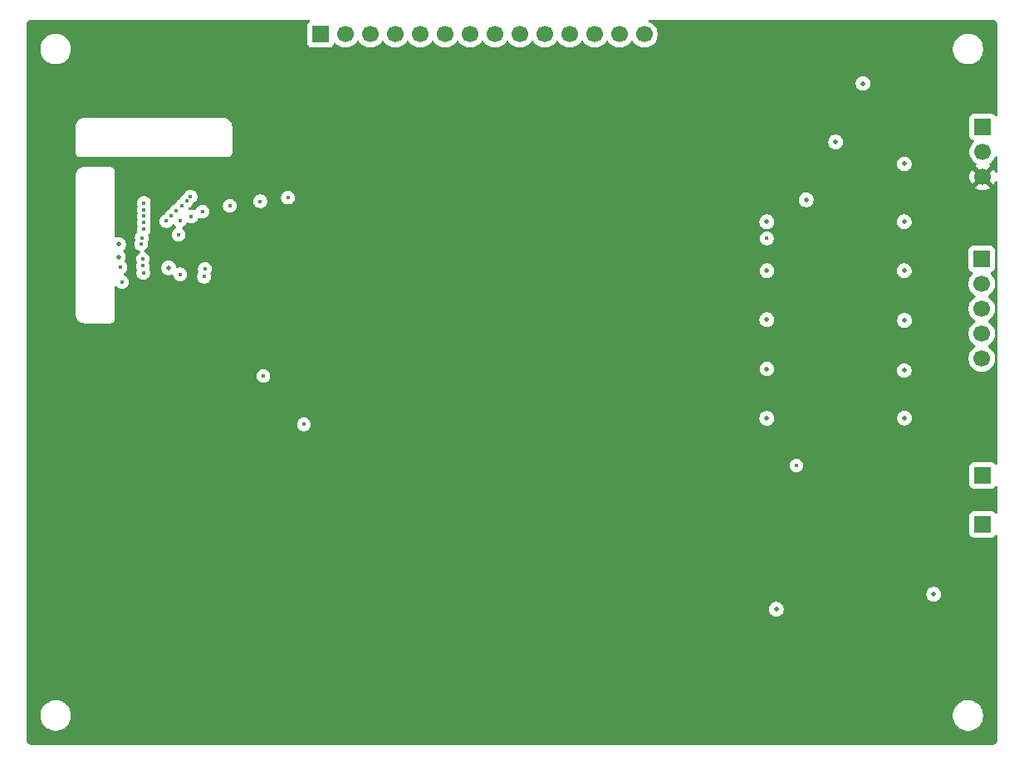
<source format=gbr>
%TF.GenerationSoftware,KiCad,Pcbnew,9.0.2*%
%TF.CreationDate,2025-07-03T12:00:23+02:00*%
%TF.ProjectId,gp-bbq20kbd-breakout-board,67702d62-6271-4323-906b-62642d627265,rev?*%
%TF.SameCoordinates,Original*%
%TF.FileFunction,Copper,L2,Inr*%
%TF.FilePolarity,Positive*%
%FSLAX46Y46*%
G04 Gerber Fmt 4.6, Leading zero omitted, Abs format (unit mm)*
G04 Created by KiCad (PCBNEW 9.0.2) date 2025-07-03 12:00:23*
%MOMM*%
%LPD*%
G01*
G04 APERTURE LIST*
%TA.AperFunction,ComponentPad*%
%ADD10R,1.700000X1.700000*%
%TD*%
%TA.AperFunction,ComponentPad*%
%ADD11C,1.700000*%
%TD*%
%TA.AperFunction,ViaPad*%
%ADD12C,0.500000*%
%TD*%
%TA.AperFunction,ViaPad*%
%ADD13C,0.400000*%
%TD*%
G04 APERTURE END LIST*
D10*
%TO.N,/KBD_BKL*%
%TO.C,J5*%
X188000000Y-97000000D03*
%TD*%
%TO.N,/TP_SHUTDOWN*%
%TO.C,J3*%
X187900000Y-74920000D03*
D11*
%TO.N,/TP_SDA*%
X187900000Y-77460000D03*
%TO.N,/TP_SCL*%
X187900000Y-80000000D03*
%TO.N,/TP_MOTION*%
X187900000Y-82540000D03*
%TO.N,/TP_RESET*%
X187900000Y-85080000D03*
%TD*%
D10*
%TO.N,+5V*%
%TO.C,J1*%
X188000000Y-61460000D03*
D11*
%TO.N,+3V3*%
X188000000Y-64000000D03*
%TO.N,GND*%
X188000000Y-66540000D03*
%TD*%
D10*
%TO.N,/KBD_COL0*%
%TO.C,J2*%
X120490000Y-52000000D03*
D11*
%TO.N,/KBD_COL1*%
X123030000Y-52000000D03*
%TO.N,/KBD_COL2*%
X125570000Y-52000000D03*
%TO.N,/KBD_COL3*%
X128110000Y-52000000D03*
%TO.N,/KBD_COL4*%
X130650000Y-52000000D03*
%TO.N,/KBD_COL5*%
X133190000Y-52000000D03*
%TO.N,/KBD_COL6*%
X135730000Y-52000000D03*
%TO.N,/KBD_ROW0*%
X138270000Y-52000000D03*
%TO.N,/KBD_ROW1*%
X140810000Y-52000000D03*
%TO.N,/KBD_ROW2*%
X143350000Y-52000000D03*
%TO.N,/KBD_ROW3*%
X145890000Y-52000000D03*
%TO.N,/KBD_ROW4*%
X148430000Y-52000000D03*
%TO.N,/KBD_ROW5*%
X150970000Y-52000000D03*
%TO.N,/KBD_ROW6*%
X153510000Y-52000000D03*
%TD*%
D10*
%TO.N,/MIC*%
%TO.C,J4*%
X188000000Y-102000000D03*
%TD*%
D12*
%TO.N,GND*%
X183010000Y-110690000D03*
X180000000Y-95140000D03*
X102120000Y-77730000D03*
X179995000Y-66775000D03*
X180010000Y-62990000D03*
%TO.N,+3V3*%
X180000000Y-76120000D03*
X180000000Y-71120000D03*
X180020000Y-81190000D03*
X180030000Y-91140000D03*
X105010000Y-75820000D03*
X180000000Y-86300000D03*
X173000000Y-63000000D03*
X175790000Y-57010000D03*
X180010000Y-65210000D03*
X182990000Y-109140000D03*
%TO.N,+1V8*%
X165990000Y-71130000D03*
X165990000Y-81120000D03*
X170000000Y-68900000D03*
X165990000Y-91180000D03*
X166000000Y-86140000D03*
X166000000Y-76120000D03*
X99910000Y-73430000D03*
%TO.N,+2V8*%
X166960000Y-110670000D03*
X99883412Y-74716588D03*
D13*
%TO.N,/KBD_COL6*%
X107226801Y-68553152D03*
X102480000Y-69206317D03*
X117163199Y-68663199D03*
%TO.N,/KBD_COL2*%
X102480000Y-71891228D03*
X107320000Y-70580000D03*
X105286801Y-70546801D03*
%TO.N,/KBD_COL3*%
X102480000Y-71220000D03*
X105801801Y-70031801D03*
X108458199Y-70078199D03*
%TO.N,/KBD_COL1*%
X104776801Y-71056801D03*
X102270000Y-72760000D03*
X106150000Y-71020000D03*
%TO.N,/KBD_COL4*%
X106350901Y-69482702D03*
X111248199Y-69498199D03*
X102480000Y-70548772D03*
%TO.N,/KBD_COL0*%
X102200000Y-73400000D03*
%TO.N,/KBD_COL5*%
X114350000Y-69030000D03*
X102480000Y-69877545D03*
X106830450Y-69003152D03*
%TO.N,/bbq20kbd_connector/TP_SHUTDOWN_1V8*%
X100100000Y-75790000D03*
X166000000Y-72830000D03*
%TO.N,/bbq20kbd_connector/TP_SCL_1V8*%
X102380301Y-75617106D03*
X108620000Y-76720000D03*
%TO.N,/MIC*%
X106180000Y-76490000D03*
%TO.N,/bbq20kbd_connector/TP_SDA_1V8*%
X108700000Y-75930000D03*
X102380300Y-74910000D03*
%TO.N,/bbq20kbd_connector/TP_MOTION_1V8*%
X114666446Y-86863554D03*
X102420000Y-76330000D03*
%TO.N,/bbq20kbd_connector/TP_RESET_1V8*%
X100260000Y-77270000D03*
X118790000Y-91800000D03*
%TO.N,/bbq20kbd_connector/BKL*%
X169000000Y-95990000D03*
X106020000Y-72430000D03*
%TD*%
%TA.AperFunction,Conductor*%
%TO.N,GND*%
G36*
X119366936Y-50520185D02*
G01*
X119412691Y-50572989D01*
X119422635Y-50642147D01*
X119393610Y-50705703D01*
X119374208Y-50723766D01*
X119282455Y-50792452D01*
X119282452Y-50792455D01*
X119196206Y-50907664D01*
X119196202Y-50907671D01*
X119145908Y-51042517D01*
X119139501Y-51102116D01*
X119139500Y-51102135D01*
X119139500Y-52897870D01*
X119139501Y-52897876D01*
X119145908Y-52957483D01*
X119196202Y-53092328D01*
X119196206Y-53092335D01*
X119282452Y-53207544D01*
X119282455Y-53207547D01*
X119397664Y-53293793D01*
X119397671Y-53293797D01*
X119532517Y-53344091D01*
X119532516Y-53344091D01*
X119539444Y-53344835D01*
X119592127Y-53350500D01*
X121387872Y-53350499D01*
X121447483Y-53344091D01*
X121582331Y-53293796D01*
X121697546Y-53207546D01*
X121783796Y-53092331D01*
X121832810Y-52960916D01*
X121874681Y-52904984D01*
X121940145Y-52880566D01*
X122008418Y-52895417D01*
X122036673Y-52916569D01*
X122150213Y-53030109D01*
X122322179Y-53155048D01*
X122322181Y-53155049D01*
X122322184Y-53155051D01*
X122511588Y-53251557D01*
X122713757Y-53317246D01*
X122923713Y-53350500D01*
X122923714Y-53350500D01*
X123136286Y-53350500D01*
X123136287Y-53350500D01*
X123346243Y-53317246D01*
X123548412Y-53251557D01*
X123737816Y-53155051D01*
X123824138Y-53092335D01*
X123909786Y-53030109D01*
X123909788Y-53030106D01*
X123909792Y-53030104D01*
X124060104Y-52879792D01*
X124060106Y-52879788D01*
X124060109Y-52879786D01*
X124185048Y-52707820D01*
X124185047Y-52707820D01*
X124185051Y-52707816D01*
X124189514Y-52699054D01*
X124237488Y-52648259D01*
X124305308Y-52631463D01*
X124371444Y-52653999D01*
X124410486Y-52699056D01*
X124414951Y-52707820D01*
X124539890Y-52879786D01*
X124690213Y-53030109D01*
X124862179Y-53155048D01*
X124862181Y-53155049D01*
X124862184Y-53155051D01*
X125051588Y-53251557D01*
X125253757Y-53317246D01*
X125463713Y-53350500D01*
X125463714Y-53350500D01*
X125676286Y-53350500D01*
X125676287Y-53350500D01*
X125886243Y-53317246D01*
X126088412Y-53251557D01*
X126277816Y-53155051D01*
X126364138Y-53092335D01*
X126449786Y-53030109D01*
X126449788Y-53030106D01*
X126449792Y-53030104D01*
X126600104Y-52879792D01*
X126600106Y-52879788D01*
X126600109Y-52879786D01*
X126725048Y-52707820D01*
X126725047Y-52707820D01*
X126725051Y-52707816D01*
X126729514Y-52699054D01*
X126777488Y-52648259D01*
X126845308Y-52631463D01*
X126911444Y-52653999D01*
X126950486Y-52699056D01*
X126954951Y-52707820D01*
X127079890Y-52879786D01*
X127230213Y-53030109D01*
X127402179Y-53155048D01*
X127402181Y-53155049D01*
X127402184Y-53155051D01*
X127591588Y-53251557D01*
X127793757Y-53317246D01*
X128003713Y-53350500D01*
X128003714Y-53350500D01*
X128216286Y-53350500D01*
X128216287Y-53350500D01*
X128426243Y-53317246D01*
X128628412Y-53251557D01*
X128817816Y-53155051D01*
X128904138Y-53092335D01*
X128989786Y-53030109D01*
X128989788Y-53030106D01*
X128989792Y-53030104D01*
X129140104Y-52879792D01*
X129140106Y-52879788D01*
X129140109Y-52879786D01*
X129265048Y-52707820D01*
X129265047Y-52707820D01*
X129265051Y-52707816D01*
X129269514Y-52699054D01*
X129317488Y-52648259D01*
X129385308Y-52631463D01*
X129451444Y-52653999D01*
X129490486Y-52699056D01*
X129494951Y-52707820D01*
X129619890Y-52879786D01*
X129770213Y-53030109D01*
X129942179Y-53155048D01*
X129942181Y-53155049D01*
X129942184Y-53155051D01*
X130131588Y-53251557D01*
X130333757Y-53317246D01*
X130543713Y-53350500D01*
X130543714Y-53350500D01*
X130756286Y-53350500D01*
X130756287Y-53350500D01*
X130966243Y-53317246D01*
X131168412Y-53251557D01*
X131357816Y-53155051D01*
X131444138Y-53092335D01*
X131529786Y-53030109D01*
X131529788Y-53030106D01*
X131529792Y-53030104D01*
X131680104Y-52879792D01*
X131680106Y-52879788D01*
X131680109Y-52879786D01*
X131805048Y-52707820D01*
X131805047Y-52707820D01*
X131805051Y-52707816D01*
X131809514Y-52699054D01*
X131857488Y-52648259D01*
X131925308Y-52631463D01*
X131991444Y-52653999D01*
X132030486Y-52699056D01*
X132034951Y-52707820D01*
X132159890Y-52879786D01*
X132310213Y-53030109D01*
X132482179Y-53155048D01*
X132482181Y-53155049D01*
X132482184Y-53155051D01*
X132671588Y-53251557D01*
X132873757Y-53317246D01*
X133083713Y-53350500D01*
X133083714Y-53350500D01*
X133296286Y-53350500D01*
X133296287Y-53350500D01*
X133506243Y-53317246D01*
X133708412Y-53251557D01*
X133897816Y-53155051D01*
X133984138Y-53092335D01*
X134069786Y-53030109D01*
X134069788Y-53030106D01*
X134069792Y-53030104D01*
X134220104Y-52879792D01*
X134220106Y-52879788D01*
X134220109Y-52879786D01*
X134345048Y-52707820D01*
X134345047Y-52707820D01*
X134345051Y-52707816D01*
X134349514Y-52699054D01*
X134397488Y-52648259D01*
X134465308Y-52631463D01*
X134531444Y-52653999D01*
X134570486Y-52699056D01*
X134574951Y-52707820D01*
X134699890Y-52879786D01*
X134850213Y-53030109D01*
X135022179Y-53155048D01*
X135022181Y-53155049D01*
X135022184Y-53155051D01*
X135211588Y-53251557D01*
X135413757Y-53317246D01*
X135623713Y-53350500D01*
X135623714Y-53350500D01*
X135836286Y-53350500D01*
X135836287Y-53350500D01*
X136046243Y-53317246D01*
X136248412Y-53251557D01*
X136437816Y-53155051D01*
X136524138Y-53092335D01*
X136609786Y-53030109D01*
X136609788Y-53030106D01*
X136609792Y-53030104D01*
X136760104Y-52879792D01*
X136760106Y-52879788D01*
X136760109Y-52879786D01*
X136885048Y-52707820D01*
X136885047Y-52707820D01*
X136885051Y-52707816D01*
X136889514Y-52699054D01*
X136937488Y-52648259D01*
X137005308Y-52631463D01*
X137071444Y-52653999D01*
X137110486Y-52699056D01*
X137114951Y-52707820D01*
X137239890Y-52879786D01*
X137390213Y-53030109D01*
X137562179Y-53155048D01*
X137562181Y-53155049D01*
X137562184Y-53155051D01*
X137751588Y-53251557D01*
X137953757Y-53317246D01*
X138163713Y-53350500D01*
X138163714Y-53350500D01*
X138376286Y-53350500D01*
X138376287Y-53350500D01*
X138586243Y-53317246D01*
X138788412Y-53251557D01*
X138977816Y-53155051D01*
X139064138Y-53092335D01*
X139149786Y-53030109D01*
X139149788Y-53030106D01*
X139149792Y-53030104D01*
X139300104Y-52879792D01*
X139300106Y-52879788D01*
X139300109Y-52879786D01*
X139425048Y-52707820D01*
X139425047Y-52707820D01*
X139425051Y-52707816D01*
X139429514Y-52699054D01*
X139477488Y-52648259D01*
X139545308Y-52631463D01*
X139611444Y-52653999D01*
X139650486Y-52699056D01*
X139654951Y-52707820D01*
X139779890Y-52879786D01*
X139930213Y-53030109D01*
X140102179Y-53155048D01*
X140102181Y-53155049D01*
X140102184Y-53155051D01*
X140291588Y-53251557D01*
X140493757Y-53317246D01*
X140703713Y-53350500D01*
X140703714Y-53350500D01*
X140916286Y-53350500D01*
X140916287Y-53350500D01*
X141126243Y-53317246D01*
X141328412Y-53251557D01*
X141517816Y-53155051D01*
X141604138Y-53092335D01*
X141689786Y-53030109D01*
X141689788Y-53030106D01*
X141689792Y-53030104D01*
X141840104Y-52879792D01*
X141840106Y-52879788D01*
X141840109Y-52879786D01*
X141965048Y-52707820D01*
X141965047Y-52707820D01*
X141965051Y-52707816D01*
X141969514Y-52699054D01*
X142017488Y-52648259D01*
X142085308Y-52631463D01*
X142151444Y-52653999D01*
X142190486Y-52699056D01*
X142194951Y-52707820D01*
X142319890Y-52879786D01*
X142470213Y-53030109D01*
X142642179Y-53155048D01*
X142642181Y-53155049D01*
X142642184Y-53155051D01*
X142831588Y-53251557D01*
X143033757Y-53317246D01*
X143243713Y-53350500D01*
X143243714Y-53350500D01*
X143456286Y-53350500D01*
X143456287Y-53350500D01*
X143666243Y-53317246D01*
X143868412Y-53251557D01*
X144057816Y-53155051D01*
X144144138Y-53092335D01*
X144229786Y-53030109D01*
X144229788Y-53030106D01*
X144229792Y-53030104D01*
X144380104Y-52879792D01*
X144380106Y-52879788D01*
X144380109Y-52879786D01*
X144505048Y-52707820D01*
X144505047Y-52707820D01*
X144505051Y-52707816D01*
X144509514Y-52699054D01*
X144557488Y-52648259D01*
X144625308Y-52631463D01*
X144691444Y-52653999D01*
X144730486Y-52699056D01*
X144734951Y-52707820D01*
X144859890Y-52879786D01*
X145010213Y-53030109D01*
X145182179Y-53155048D01*
X145182181Y-53155049D01*
X145182184Y-53155051D01*
X145371588Y-53251557D01*
X145573757Y-53317246D01*
X145783713Y-53350500D01*
X145783714Y-53350500D01*
X145996286Y-53350500D01*
X145996287Y-53350500D01*
X146206243Y-53317246D01*
X146408412Y-53251557D01*
X146597816Y-53155051D01*
X146684138Y-53092335D01*
X146769786Y-53030109D01*
X146769788Y-53030106D01*
X146769792Y-53030104D01*
X146920104Y-52879792D01*
X146920106Y-52879788D01*
X146920109Y-52879786D01*
X147045048Y-52707820D01*
X147045047Y-52707820D01*
X147045051Y-52707816D01*
X147049514Y-52699054D01*
X147097488Y-52648259D01*
X147165308Y-52631463D01*
X147231444Y-52653999D01*
X147270486Y-52699056D01*
X147274951Y-52707820D01*
X147399890Y-52879786D01*
X147550213Y-53030109D01*
X147722179Y-53155048D01*
X147722181Y-53155049D01*
X147722184Y-53155051D01*
X147911588Y-53251557D01*
X148113757Y-53317246D01*
X148323713Y-53350500D01*
X148323714Y-53350500D01*
X148536286Y-53350500D01*
X148536287Y-53350500D01*
X148746243Y-53317246D01*
X148948412Y-53251557D01*
X149137816Y-53155051D01*
X149224138Y-53092335D01*
X149309786Y-53030109D01*
X149309788Y-53030106D01*
X149309792Y-53030104D01*
X149460104Y-52879792D01*
X149460106Y-52879788D01*
X149460109Y-52879786D01*
X149585048Y-52707820D01*
X149585047Y-52707820D01*
X149585051Y-52707816D01*
X149589514Y-52699054D01*
X149637488Y-52648259D01*
X149705308Y-52631463D01*
X149771444Y-52653999D01*
X149810486Y-52699056D01*
X149814951Y-52707820D01*
X149939890Y-52879786D01*
X150090213Y-53030109D01*
X150262179Y-53155048D01*
X150262181Y-53155049D01*
X150262184Y-53155051D01*
X150451588Y-53251557D01*
X150653757Y-53317246D01*
X150863713Y-53350500D01*
X150863714Y-53350500D01*
X151076286Y-53350500D01*
X151076287Y-53350500D01*
X151286243Y-53317246D01*
X151488412Y-53251557D01*
X151677816Y-53155051D01*
X151764138Y-53092335D01*
X151849786Y-53030109D01*
X151849788Y-53030106D01*
X151849792Y-53030104D01*
X152000104Y-52879792D01*
X152000106Y-52879788D01*
X152000109Y-52879786D01*
X152125048Y-52707820D01*
X152125047Y-52707820D01*
X152125051Y-52707816D01*
X152129514Y-52699054D01*
X152177488Y-52648259D01*
X152245308Y-52631463D01*
X152311444Y-52653999D01*
X152350486Y-52699056D01*
X152354951Y-52707820D01*
X152479890Y-52879786D01*
X152630213Y-53030109D01*
X152802179Y-53155048D01*
X152802181Y-53155049D01*
X152802184Y-53155051D01*
X152991588Y-53251557D01*
X153193757Y-53317246D01*
X153403713Y-53350500D01*
X153403714Y-53350500D01*
X153616286Y-53350500D01*
X153616287Y-53350500D01*
X153826243Y-53317246D01*
X154028412Y-53251557D01*
X154217816Y-53155051D01*
X154304138Y-53092335D01*
X154389786Y-53030109D01*
X154389788Y-53030106D01*
X154389792Y-53030104D01*
X154540104Y-52879792D01*
X154540106Y-52879788D01*
X154540109Y-52879786D01*
X154665048Y-52707820D01*
X154665047Y-52707820D01*
X154665051Y-52707816D01*
X154761557Y-52518412D01*
X154827246Y-52316243D01*
X154860500Y-52106287D01*
X154860500Y-51893713D01*
X154827246Y-51683757D01*
X154761557Y-51481588D01*
X154665051Y-51292184D01*
X154665049Y-51292181D01*
X154665048Y-51292179D01*
X154540109Y-51120213D01*
X154389786Y-50969890D01*
X154217820Y-50844951D01*
X154028414Y-50748444D01*
X154028413Y-50748443D01*
X154028412Y-50748443D01*
X154009907Y-50742430D01*
X153952232Y-50702994D01*
X153925034Y-50638635D01*
X153936949Y-50569789D01*
X153984193Y-50518313D01*
X154048226Y-50500500D01*
X188934108Y-50500500D01*
X188993038Y-50500500D01*
X189006922Y-50501280D01*
X189097266Y-50511459D01*
X189124331Y-50517636D01*
X189203540Y-50545352D01*
X189228553Y-50557398D01*
X189299606Y-50602043D01*
X189321313Y-50619355D01*
X189380644Y-50678686D01*
X189397957Y-50700395D01*
X189442600Y-50771444D01*
X189454648Y-50796462D01*
X189482362Y-50875666D01*
X189488540Y-50902735D01*
X189498720Y-50993076D01*
X189499500Y-51006961D01*
X189499500Y-60269897D01*
X189479815Y-60336936D01*
X189427011Y-60382691D01*
X189357853Y-60392635D01*
X189294297Y-60363610D01*
X189276234Y-60344208D01*
X189207547Y-60252455D01*
X189207544Y-60252452D01*
X189092335Y-60166206D01*
X189092328Y-60166202D01*
X188957482Y-60115908D01*
X188957483Y-60115908D01*
X188897883Y-60109501D01*
X188897881Y-60109500D01*
X188897873Y-60109500D01*
X188897864Y-60109500D01*
X187102129Y-60109500D01*
X187102123Y-60109501D01*
X187042516Y-60115908D01*
X186907671Y-60166202D01*
X186907664Y-60166206D01*
X186792455Y-60252452D01*
X186792452Y-60252455D01*
X186706206Y-60367664D01*
X186706202Y-60367671D01*
X186655908Y-60502517D01*
X186649501Y-60562116D01*
X186649500Y-60562135D01*
X186649500Y-62357870D01*
X186649501Y-62357876D01*
X186655908Y-62417483D01*
X186706202Y-62552328D01*
X186706206Y-62552335D01*
X186792452Y-62667544D01*
X186792455Y-62667547D01*
X186907664Y-62753793D01*
X186907671Y-62753797D01*
X187039082Y-62802810D01*
X187095016Y-62844681D01*
X187119433Y-62910145D01*
X187104582Y-62978418D01*
X187083431Y-63006673D01*
X186969889Y-63120215D01*
X186844951Y-63292179D01*
X186748444Y-63481585D01*
X186682753Y-63683760D01*
X186649500Y-63893713D01*
X186649500Y-64106286D01*
X186681339Y-64307314D01*
X186682754Y-64316243D01*
X186734075Y-64474193D01*
X186748444Y-64518414D01*
X186844951Y-64707820D01*
X186969890Y-64879786D01*
X187120213Y-65030109D01*
X187292179Y-65155048D01*
X187292181Y-65155049D01*
X187292184Y-65155051D01*
X187301493Y-65159794D01*
X187352290Y-65207766D01*
X187369087Y-65275587D01*
X187346552Y-65341722D01*
X187301505Y-65380760D01*
X187292446Y-65385376D01*
X187292440Y-65385380D01*
X187238282Y-65424727D01*
X187238282Y-65424728D01*
X187870591Y-66057037D01*
X187807007Y-66074075D01*
X187692993Y-66139901D01*
X187599901Y-66232993D01*
X187534075Y-66347007D01*
X187517037Y-66410591D01*
X186884728Y-65778282D01*
X186884727Y-65778282D01*
X186845380Y-65832439D01*
X186748904Y-66021782D01*
X186683242Y-66223869D01*
X186683242Y-66223872D01*
X186650000Y-66433753D01*
X186650000Y-66646246D01*
X186683242Y-66856127D01*
X186683242Y-66856130D01*
X186748904Y-67058217D01*
X186845375Y-67247550D01*
X186884728Y-67301716D01*
X187517036Y-66669407D01*
X187534075Y-66732993D01*
X187599901Y-66847007D01*
X187692993Y-66940099D01*
X187807007Y-67005925D01*
X187870590Y-67022962D01*
X187238282Y-67655269D01*
X187238282Y-67655270D01*
X187292449Y-67694624D01*
X187481782Y-67791095D01*
X187683870Y-67856757D01*
X187893754Y-67890000D01*
X188106246Y-67890000D01*
X188316127Y-67856757D01*
X188316130Y-67856757D01*
X188518217Y-67791095D01*
X188707554Y-67694622D01*
X188761716Y-67655270D01*
X188761717Y-67655270D01*
X188129408Y-67022962D01*
X188192993Y-67005925D01*
X188307007Y-66940099D01*
X188400099Y-66847007D01*
X188465925Y-66732993D01*
X188482962Y-66669409D01*
X189115270Y-67301717D01*
X189115270Y-67301716D01*
X189154622Y-67247554D01*
X189251093Y-67058221D01*
X189257568Y-67038294D01*
X189297005Y-66980618D01*
X189361363Y-66953419D01*
X189430210Y-66965333D01*
X189481686Y-67012576D01*
X189499500Y-67076611D01*
X189499500Y-95809897D01*
X189479815Y-95876936D01*
X189427011Y-95922691D01*
X189357853Y-95932635D01*
X189294297Y-95903610D01*
X189276234Y-95884208D01*
X189207547Y-95792455D01*
X189207544Y-95792452D01*
X189092335Y-95706206D01*
X189092328Y-95706202D01*
X188957482Y-95655908D01*
X188957483Y-95655908D01*
X188897883Y-95649501D01*
X188897881Y-95649500D01*
X188897873Y-95649500D01*
X188897864Y-95649500D01*
X187102129Y-95649500D01*
X187102123Y-95649501D01*
X187042516Y-95655908D01*
X186907671Y-95706202D01*
X186907664Y-95706206D01*
X186792455Y-95792452D01*
X186792452Y-95792455D01*
X186706206Y-95907664D01*
X186706202Y-95907671D01*
X186655908Y-96042517D01*
X186649501Y-96102116D01*
X186649500Y-96102135D01*
X186649500Y-97897870D01*
X186649501Y-97897876D01*
X186655908Y-97957483D01*
X186706202Y-98092328D01*
X186706206Y-98092335D01*
X186792452Y-98207544D01*
X186792455Y-98207547D01*
X186907664Y-98293793D01*
X186907671Y-98293797D01*
X187042517Y-98344091D01*
X187042516Y-98344091D01*
X187049444Y-98344835D01*
X187102127Y-98350500D01*
X188897872Y-98350499D01*
X188957483Y-98344091D01*
X189092331Y-98293796D01*
X189207546Y-98207546D01*
X189276234Y-98115789D01*
X189332167Y-98073920D01*
X189401859Y-98068936D01*
X189463182Y-98102421D01*
X189496666Y-98163745D01*
X189499500Y-98190102D01*
X189499500Y-100809897D01*
X189479815Y-100876936D01*
X189427011Y-100922691D01*
X189357853Y-100932635D01*
X189294297Y-100903610D01*
X189276234Y-100884208D01*
X189207547Y-100792455D01*
X189207544Y-100792452D01*
X189092335Y-100706206D01*
X189092328Y-100706202D01*
X188957482Y-100655908D01*
X188957483Y-100655908D01*
X188897883Y-100649501D01*
X188897881Y-100649500D01*
X188897873Y-100649500D01*
X188897864Y-100649500D01*
X187102129Y-100649500D01*
X187102123Y-100649501D01*
X187042516Y-100655908D01*
X186907671Y-100706202D01*
X186907664Y-100706206D01*
X186792455Y-100792452D01*
X186792452Y-100792455D01*
X186706206Y-100907664D01*
X186706202Y-100907671D01*
X186655908Y-101042517D01*
X186649501Y-101102116D01*
X186649500Y-101102135D01*
X186649500Y-102897870D01*
X186649501Y-102897876D01*
X186655908Y-102957483D01*
X186706202Y-103092328D01*
X186706206Y-103092335D01*
X186792452Y-103207544D01*
X186792455Y-103207547D01*
X186907664Y-103293793D01*
X186907671Y-103293797D01*
X187042517Y-103344091D01*
X187042516Y-103344091D01*
X187049444Y-103344835D01*
X187102127Y-103350500D01*
X188897872Y-103350499D01*
X188957483Y-103344091D01*
X189092331Y-103293796D01*
X189207546Y-103207546D01*
X189276234Y-103115789D01*
X189332167Y-103073920D01*
X189401859Y-103068936D01*
X189463182Y-103102421D01*
X189496666Y-103163745D01*
X189499500Y-103190102D01*
X189499500Y-123993038D01*
X189498720Y-124006922D01*
X189498720Y-124006923D01*
X189488540Y-124097264D01*
X189482362Y-124124333D01*
X189454648Y-124203537D01*
X189442600Y-124228555D01*
X189397957Y-124299604D01*
X189380644Y-124321313D01*
X189321313Y-124380644D01*
X189299604Y-124397957D01*
X189228555Y-124442600D01*
X189203537Y-124454648D01*
X189124333Y-124482362D01*
X189097264Y-124488540D01*
X189017075Y-124497576D01*
X189006921Y-124498720D01*
X188993038Y-124499500D01*
X91006962Y-124499500D01*
X90993078Y-124498720D01*
X90980553Y-124497308D01*
X90902735Y-124488540D01*
X90875666Y-124482362D01*
X90796462Y-124454648D01*
X90771444Y-124442600D01*
X90700395Y-124397957D01*
X90678686Y-124380644D01*
X90619355Y-124321313D01*
X90602042Y-124299604D01*
X90557399Y-124228555D01*
X90545351Y-124203537D01*
X90517637Y-124124333D01*
X90511459Y-124097263D01*
X90501280Y-124006922D01*
X90500500Y-123993038D01*
X90500500Y-121377973D01*
X91949500Y-121377973D01*
X91949500Y-121622026D01*
X91987678Y-121863072D01*
X92063097Y-122095187D01*
X92173896Y-122312642D01*
X92317339Y-122510076D01*
X92317343Y-122510081D01*
X92489918Y-122682656D01*
X92489923Y-122682660D01*
X92662136Y-122807779D01*
X92687361Y-122826106D01*
X92904815Y-122936904D01*
X93136924Y-123012321D01*
X93377973Y-123050500D01*
X93377974Y-123050500D01*
X93622026Y-123050500D01*
X93622027Y-123050500D01*
X93863076Y-123012321D01*
X94095185Y-122936904D01*
X94312639Y-122826106D01*
X94510083Y-122682655D01*
X94682655Y-122510083D01*
X94826106Y-122312639D01*
X94936904Y-122095185D01*
X95012321Y-121863076D01*
X95050500Y-121622027D01*
X95050500Y-121377973D01*
X184949500Y-121377973D01*
X184949500Y-121622026D01*
X184987678Y-121863072D01*
X185063097Y-122095187D01*
X185173896Y-122312642D01*
X185317339Y-122510076D01*
X185317343Y-122510081D01*
X185489918Y-122682656D01*
X185489923Y-122682660D01*
X185662136Y-122807779D01*
X185687361Y-122826106D01*
X185904815Y-122936904D01*
X186136924Y-123012321D01*
X186377973Y-123050500D01*
X186377974Y-123050500D01*
X186622026Y-123050500D01*
X186622027Y-123050500D01*
X186863076Y-123012321D01*
X187095185Y-122936904D01*
X187312639Y-122826106D01*
X187510083Y-122682655D01*
X187682655Y-122510083D01*
X187826106Y-122312639D01*
X187936904Y-122095185D01*
X188012321Y-121863076D01*
X188050500Y-121622027D01*
X188050500Y-121377973D01*
X188012321Y-121136924D01*
X187936904Y-120904815D01*
X187826106Y-120687361D01*
X187807779Y-120662136D01*
X187682660Y-120489923D01*
X187682656Y-120489918D01*
X187510081Y-120317343D01*
X187510076Y-120317339D01*
X187312642Y-120173896D01*
X187312641Y-120173895D01*
X187312639Y-120173894D01*
X187095185Y-120063096D01*
X186863076Y-119987679D01*
X186863074Y-119987678D01*
X186863072Y-119987678D01*
X186694769Y-119961021D01*
X186622027Y-119949500D01*
X186377973Y-119949500D01*
X186322093Y-119958350D01*
X186136927Y-119987678D01*
X185904812Y-120063097D01*
X185687357Y-120173896D01*
X185489923Y-120317339D01*
X185489918Y-120317343D01*
X185317343Y-120489918D01*
X185317339Y-120489923D01*
X185173896Y-120687357D01*
X185063097Y-120904812D01*
X184987678Y-121136927D01*
X184949500Y-121377973D01*
X95050500Y-121377973D01*
X95012321Y-121136924D01*
X94936904Y-120904815D01*
X94826106Y-120687361D01*
X94807779Y-120662136D01*
X94682660Y-120489923D01*
X94682656Y-120489918D01*
X94510081Y-120317343D01*
X94510076Y-120317339D01*
X94312642Y-120173896D01*
X94312641Y-120173895D01*
X94312639Y-120173894D01*
X94095185Y-120063096D01*
X93863076Y-119987679D01*
X93863074Y-119987678D01*
X93863072Y-119987678D01*
X93694769Y-119961021D01*
X93622027Y-119949500D01*
X93377973Y-119949500D01*
X93322093Y-119958350D01*
X93136927Y-119987678D01*
X92904812Y-120063097D01*
X92687357Y-120173896D01*
X92489923Y-120317339D01*
X92489918Y-120317343D01*
X92317343Y-120489918D01*
X92317339Y-120489923D01*
X92173896Y-120687357D01*
X92063097Y-120904812D01*
X91987678Y-121136927D01*
X91949500Y-121377973D01*
X90500500Y-121377973D01*
X90500500Y-110743920D01*
X166209499Y-110743920D01*
X166238340Y-110888907D01*
X166238343Y-110888917D01*
X166294912Y-111025488D01*
X166294919Y-111025501D01*
X166377048Y-111148415D01*
X166377051Y-111148419D01*
X166481580Y-111252948D01*
X166481584Y-111252951D01*
X166604498Y-111335080D01*
X166604511Y-111335087D01*
X166741082Y-111391656D01*
X166741087Y-111391658D01*
X166741091Y-111391658D01*
X166741092Y-111391659D01*
X166886079Y-111420500D01*
X166886082Y-111420500D01*
X167033920Y-111420500D01*
X167131462Y-111401096D01*
X167178913Y-111391658D01*
X167315495Y-111335084D01*
X167438416Y-111252951D01*
X167542951Y-111148416D01*
X167625084Y-111025495D01*
X167681658Y-110888913D01*
X167710500Y-110743918D01*
X167710500Y-110596082D01*
X167710500Y-110596079D01*
X167681659Y-110451092D01*
X167681658Y-110451091D01*
X167681658Y-110451087D01*
X167681656Y-110451082D01*
X167625087Y-110314511D01*
X167625080Y-110314498D01*
X167542951Y-110191584D01*
X167542948Y-110191580D01*
X167438419Y-110087051D01*
X167438415Y-110087048D01*
X167315501Y-110004919D01*
X167315488Y-110004912D01*
X167178917Y-109948343D01*
X167178907Y-109948340D01*
X167033920Y-109919500D01*
X167033918Y-109919500D01*
X166886082Y-109919500D01*
X166886080Y-109919500D01*
X166741092Y-109948340D01*
X166741082Y-109948343D01*
X166604511Y-110004912D01*
X166604498Y-110004919D01*
X166481584Y-110087048D01*
X166481580Y-110087051D01*
X166377051Y-110191580D01*
X166377048Y-110191584D01*
X166294919Y-110314498D01*
X166294912Y-110314511D01*
X166238343Y-110451082D01*
X166238340Y-110451092D01*
X166209500Y-110596079D01*
X166209500Y-110596082D01*
X166209500Y-110743918D01*
X166209500Y-110743920D01*
X166209499Y-110743920D01*
X90500500Y-110743920D01*
X90500500Y-109213920D01*
X182239499Y-109213920D01*
X182268340Y-109358907D01*
X182268343Y-109358917D01*
X182324912Y-109495488D01*
X182324919Y-109495501D01*
X182407048Y-109618415D01*
X182407051Y-109618419D01*
X182511580Y-109722948D01*
X182511584Y-109722951D01*
X182634498Y-109805080D01*
X182634511Y-109805087D01*
X182771082Y-109861656D01*
X182771087Y-109861658D01*
X182771091Y-109861658D01*
X182771092Y-109861659D01*
X182916079Y-109890500D01*
X182916082Y-109890500D01*
X183063920Y-109890500D01*
X183161462Y-109871096D01*
X183208913Y-109861658D01*
X183345495Y-109805084D01*
X183468416Y-109722951D01*
X183572951Y-109618416D01*
X183655084Y-109495495D01*
X183711658Y-109358913D01*
X183740500Y-109213918D01*
X183740500Y-109066082D01*
X183740500Y-109066079D01*
X183711659Y-108921092D01*
X183711658Y-108921091D01*
X183711658Y-108921087D01*
X183711656Y-108921082D01*
X183655087Y-108784511D01*
X183655080Y-108784498D01*
X183572951Y-108661584D01*
X183572948Y-108661580D01*
X183468419Y-108557051D01*
X183468415Y-108557048D01*
X183345501Y-108474919D01*
X183345488Y-108474912D01*
X183208917Y-108418343D01*
X183208907Y-108418340D01*
X183063920Y-108389500D01*
X183063918Y-108389500D01*
X182916082Y-108389500D01*
X182916080Y-108389500D01*
X182771092Y-108418340D01*
X182771082Y-108418343D01*
X182634511Y-108474912D01*
X182634498Y-108474919D01*
X182511584Y-108557048D01*
X182511580Y-108557051D01*
X182407051Y-108661580D01*
X182407048Y-108661584D01*
X182324919Y-108784498D01*
X182324912Y-108784511D01*
X182268343Y-108921082D01*
X182268340Y-108921092D01*
X182239500Y-109066079D01*
X182239500Y-109066082D01*
X182239500Y-109213918D01*
X182239500Y-109213920D01*
X182239499Y-109213920D01*
X90500500Y-109213920D01*
X90500500Y-96058995D01*
X168299499Y-96058995D01*
X168326418Y-96194322D01*
X168326421Y-96194332D01*
X168379221Y-96321804D01*
X168379228Y-96321817D01*
X168455885Y-96436541D01*
X168455888Y-96436545D01*
X168553454Y-96534111D01*
X168553458Y-96534114D01*
X168668182Y-96610771D01*
X168668195Y-96610778D01*
X168795667Y-96663578D01*
X168795672Y-96663580D01*
X168795676Y-96663580D01*
X168795677Y-96663581D01*
X168931004Y-96690500D01*
X168931007Y-96690500D01*
X169068995Y-96690500D01*
X169160041Y-96672389D01*
X169204328Y-96663580D01*
X169331811Y-96610775D01*
X169446542Y-96534114D01*
X169544114Y-96436542D01*
X169620775Y-96321811D01*
X169673580Y-96194328D01*
X169682389Y-96150041D01*
X169700500Y-96058995D01*
X169700500Y-95921004D01*
X169673581Y-95785677D01*
X169673580Y-95785676D01*
X169673580Y-95785672D01*
X169673578Y-95785667D01*
X169620778Y-95658195D01*
X169620771Y-95658182D01*
X169544114Y-95543458D01*
X169544111Y-95543454D01*
X169446545Y-95445888D01*
X169446541Y-95445885D01*
X169331817Y-95369228D01*
X169331804Y-95369221D01*
X169204332Y-95316421D01*
X169204322Y-95316418D01*
X169068995Y-95289500D01*
X169068993Y-95289500D01*
X168931007Y-95289500D01*
X168931005Y-95289500D01*
X168795677Y-95316418D01*
X168795667Y-95316421D01*
X168668195Y-95369221D01*
X168668182Y-95369228D01*
X168553458Y-95445885D01*
X168553454Y-95445888D01*
X168455888Y-95543454D01*
X168455885Y-95543458D01*
X168379228Y-95658182D01*
X168379221Y-95658195D01*
X168326421Y-95785667D01*
X168326418Y-95785677D01*
X168299500Y-95921004D01*
X168299500Y-95921007D01*
X168299500Y-96058993D01*
X168299500Y-96058995D01*
X168299499Y-96058995D01*
X90500500Y-96058995D01*
X90500500Y-91868995D01*
X118089499Y-91868995D01*
X118116418Y-92004322D01*
X118116421Y-92004332D01*
X118169221Y-92131804D01*
X118169228Y-92131817D01*
X118245885Y-92246541D01*
X118245888Y-92246545D01*
X118343454Y-92344111D01*
X118343458Y-92344114D01*
X118458182Y-92420771D01*
X118458195Y-92420778D01*
X118585667Y-92473578D01*
X118585672Y-92473580D01*
X118585676Y-92473580D01*
X118585677Y-92473581D01*
X118721004Y-92500500D01*
X118721007Y-92500500D01*
X118858995Y-92500500D01*
X118950041Y-92482389D01*
X118994328Y-92473580D01*
X119121811Y-92420775D01*
X119236542Y-92344114D01*
X119334114Y-92246542D01*
X119410775Y-92131811D01*
X119463580Y-92004328D01*
X119472389Y-91960041D01*
X119490500Y-91868995D01*
X119490500Y-91731004D01*
X119463581Y-91595677D01*
X119463580Y-91595676D01*
X119463580Y-91595672D01*
X119463578Y-91595667D01*
X119410778Y-91468195D01*
X119410771Y-91468182D01*
X119334114Y-91353458D01*
X119334111Y-91353454D01*
X119236545Y-91255888D01*
X119236541Y-91255885D01*
X119233600Y-91253920D01*
X165239499Y-91253920D01*
X165268340Y-91398907D01*
X165268343Y-91398917D01*
X165324912Y-91535488D01*
X165324919Y-91535501D01*
X165407048Y-91658415D01*
X165407051Y-91658419D01*
X165511580Y-91762948D01*
X165511584Y-91762951D01*
X165634498Y-91845080D01*
X165634511Y-91845087D01*
X165692231Y-91868995D01*
X165771087Y-91901658D01*
X165771091Y-91901658D01*
X165771092Y-91901659D01*
X165916079Y-91930500D01*
X165916082Y-91930500D01*
X166063920Y-91930500D01*
X166161462Y-91911096D01*
X166208913Y-91901658D01*
X166345495Y-91845084D01*
X166468416Y-91762951D01*
X166572951Y-91658416D01*
X166655084Y-91535495D01*
X166711658Y-91398913D01*
X166721096Y-91351462D01*
X166740500Y-91253920D01*
X166740500Y-91213920D01*
X179279499Y-91213920D01*
X179308340Y-91358907D01*
X179308343Y-91358917D01*
X179364912Y-91495488D01*
X179364919Y-91495501D01*
X179447048Y-91618415D01*
X179447051Y-91618419D01*
X179551580Y-91722948D01*
X179551584Y-91722951D01*
X179674498Y-91805080D01*
X179674511Y-91805087D01*
X179811082Y-91861656D01*
X179811087Y-91861658D01*
X179811091Y-91861658D01*
X179811092Y-91861659D01*
X179956079Y-91890500D01*
X179956082Y-91890500D01*
X180103920Y-91890500D01*
X180212038Y-91868993D01*
X180248913Y-91861658D01*
X180385495Y-91805084D01*
X180508416Y-91722951D01*
X180612951Y-91618416D01*
X180695084Y-91495495D01*
X180706395Y-91468189D01*
X180751656Y-91358917D01*
X180751658Y-91358913D01*
X180761096Y-91311462D01*
X180780500Y-91213920D01*
X180780500Y-91066079D01*
X180751659Y-90921092D01*
X180751658Y-90921091D01*
X180751658Y-90921087D01*
X180711650Y-90824498D01*
X180695087Y-90784511D01*
X180695080Y-90784498D01*
X180612951Y-90661584D01*
X180612948Y-90661580D01*
X180508419Y-90557051D01*
X180508415Y-90557048D01*
X180385501Y-90474919D01*
X180385488Y-90474912D01*
X180248917Y-90418343D01*
X180248907Y-90418340D01*
X180103920Y-90389500D01*
X180103918Y-90389500D01*
X179956082Y-90389500D01*
X179956080Y-90389500D01*
X179811092Y-90418340D01*
X179811082Y-90418343D01*
X179674511Y-90474912D01*
X179674498Y-90474919D01*
X179551584Y-90557048D01*
X179551580Y-90557051D01*
X179447051Y-90661580D01*
X179447048Y-90661584D01*
X179364919Y-90784498D01*
X179364912Y-90784511D01*
X179308343Y-90921082D01*
X179308340Y-90921092D01*
X179279500Y-91066079D01*
X179279500Y-91066082D01*
X179279500Y-91213918D01*
X179279500Y-91213920D01*
X179279499Y-91213920D01*
X166740500Y-91213920D01*
X166740500Y-91106080D01*
X166736144Y-91084183D01*
X166736144Y-91084182D01*
X166711659Y-90961092D01*
X166711658Y-90961091D01*
X166711658Y-90961087D01*
X166695092Y-90921092D01*
X166655087Y-90824511D01*
X166655080Y-90824498D01*
X166572951Y-90701584D01*
X166572948Y-90701580D01*
X166468419Y-90597051D01*
X166468415Y-90597048D01*
X166345501Y-90514919D01*
X166345488Y-90514912D01*
X166208917Y-90458343D01*
X166208907Y-90458340D01*
X166063920Y-90429500D01*
X166063918Y-90429500D01*
X165916082Y-90429500D01*
X165916080Y-90429500D01*
X165771092Y-90458340D01*
X165771082Y-90458343D01*
X165634511Y-90514912D01*
X165634498Y-90514919D01*
X165511584Y-90597048D01*
X165511580Y-90597051D01*
X165407051Y-90701580D01*
X165407048Y-90701584D01*
X165324919Y-90824498D01*
X165324912Y-90824511D01*
X165268343Y-90961082D01*
X165268340Y-90961092D01*
X165239500Y-91106079D01*
X165239500Y-91106080D01*
X165239500Y-91106082D01*
X165239500Y-91253918D01*
X165239500Y-91253920D01*
X165239499Y-91253920D01*
X119233600Y-91253920D01*
X119157531Y-91203092D01*
X119121816Y-91179228D01*
X119121804Y-91179221D01*
X118994332Y-91126421D01*
X118994322Y-91126418D01*
X118858995Y-91099500D01*
X118858993Y-91099500D01*
X118721007Y-91099500D01*
X118721005Y-91099500D01*
X118585677Y-91126418D01*
X118585667Y-91126421D01*
X118458195Y-91179221D01*
X118458182Y-91179228D01*
X118343458Y-91255885D01*
X118343454Y-91255888D01*
X118245888Y-91353454D01*
X118245885Y-91353458D01*
X118169228Y-91468182D01*
X118169221Y-91468195D01*
X118116421Y-91595667D01*
X118116418Y-91595677D01*
X118089500Y-91731004D01*
X118089500Y-91731007D01*
X118089500Y-91868993D01*
X118089500Y-91868995D01*
X118089499Y-91868995D01*
X90500500Y-91868995D01*
X90500500Y-86932549D01*
X113965945Y-86932549D01*
X113992864Y-87067876D01*
X113992867Y-87067886D01*
X114045667Y-87195358D01*
X114045674Y-87195371D01*
X114122331Y-87310095D01*
X114122334Y-87310099D01*
X114219900Y-87407665D01*
X114219904Y-87407668D01*
X114334628Y-87484325D01*
X114334641Y-87484332D01*
X114462113Y-87537132D01*
X114462118Y-87537134D01*
X114462122Y-87537134D01*
X114462123Y-87537135D01*
X114597450Y-87564054D01*
X114597453Y-87564054D01*
X114735441Y-87564054D01*
X114826487Y-87545943D01*
X114870774Y-87537134D01*
X114998257Y-87484329D01*
X115112988Y-87407668D01*
X115210560Y-87310096D01*
X115287221Y-87195365D01*
X115340026Y-87067882D01*
X115349221Y-87021656D01*
X115366946Y-86932549D01*
X115366946Y-86794558D01*
X115340027Y-86659231D01*
X115340026Y-86659230D01*
X115340026Y-86659226D01*
X115323122Y-86618415D01*
X115287224Y-86531749D01*
X115287217Y-86531736D01*
X115210560Y-86417012D01*
X115210557Y-86417008D01*
X115112991Y-86319442D01*
X115112987Y-86319439D01*
X114998263Y-86242782D01*
X114998250Y-86242775D01*
X114928587Y-86213920D01*
X165249499Y-86213920D01*
X165278340Y-86358907D01*
X165278343Y-86358917D01*
X165334912Y-86495488D01*
X165334919Y-86495501D01*
X165417048Y-86618415D01*
X165417051Y-86618419D01*
X165521580Y-86722948D01*
X165521584Y-86722951D01*
X165644498Y-86805080D01*
X165644511Y-86805087D01*
X165781082Y-86861656D01*
X165781087Y-86861658D01*
X165781091Y-86861658D01*
X165781092Y-86861659D01*
X165926079Y-86890500D01*
X165926082Y-86890500D01*
X166073920Y-86890500D01*
X166171462Y-86871096D01*
X166218913Y-86861658D01*
X166355495Y-86805084D01*
X166478416Y-86722951D01*
X166582951Y-86618416D01*
X166665084Y-86495495D01*
X166715442Y-86373920D01*
X179249499Y-86373920D01*
X179278340Y-86518907D01*
X179278343Y-86518917D01*
X179334912Y-86655488D01*
X179334919Y-86655501D01*
X179417048Y-86778415D01*
X179417051Y-86778419D01*
X179521580Y-86882948D01*
X179521584Y-86882951D01*
X179644498Y-86965080D01*
X179644511Y-86965087D01*
X179781082Y-87021656D01*
X179781087Y-87021658D01*
X179781091Y-87021658D01*
X179781092Y-87021659D01*
X179926079Y-87050500D01*
X179926082Y-87050500D01*
X180073920Y-87050500D01*
X180171462Y-87031096D01*
X180218913Y-87021658D01*
X180355495Y-86965084D01*
X180478416Y-86882951D01*
X180582951Y-86778416D01*
X180665084Y-86655495D01*
X180721658Y-86518913D01*
X180750500Y-86373918D01*
X180750500Y-86226082D01*
X180750500Y-86226079D01*
X180721659Y-86081092D01*
X180721658Y-86081091D01*
X180721658Y-86081087D01*
X180715443Y-86066082D01*
X180665087Y-85944511D01*
X180665080Y-85944498D01*
X180582951Y-85821584D01*
X180582948Y-85821580D01*
X180478419Y-85717051D01*
X180478415Y-85717048D01*
X180355501Y-85634919D01*
X180355488Y-85634912D01*
X180218917Y-85578343D01*
X180218907Y-85578340D01*
X180073920Y-85549500D01*
X180073918Y-85549500D01*
X179926082Y-85549500D01*
X179926080Y-85549500D01*
X179781092Y-85578340D01*
X179781082Y-85578343D01*
X179644511Y-85634912D01*
X179644498Y-85634919D01*
X179521584Y-85717048D01*
X179521580Y-85717051D01*
X179417051Y-85821580D01*
X179417048Y-85821584D01*
X179334919Y-85944498D01*
X179334912Y-85944511D01*
X179278343Y-86081082D01*
X179278340Y-86081092D01*
X179249500Y-86226079D01*
X179249500Y-86226082D01*
X179249500Y-86373918D01*
X179249500Y-86373920D01*
X179249499Y-86373920D01*
X166715442Y-86373920D01*
X166721658Y-86358913D01*
X166731096Y-86311462D01*
X166750500Y-86213920D01*
X166750500Y-86066079D01*
X166721659Y-85921092D01*
X166721658Y-85921091D01*
X166721658Y-85921087D01*
X166680441Y-85821580D01*
X166665087Y-85784511D01*
X166665080Y-85784498D01*
X166582951Y-85661584D01*
X166582948Y-85661580D01*
X166478419Y-85557051D01*
X166478415Y-85557048D01*
X166355501Y-85474919D01*
X166355488Y-85474912D01*
X166218917Y-85418343D01*
X166218907Y-85418340D01*
X166073920Y-85389500D01*
X166073918Y-85389500D01*
X165926082Y-85389500D01*
X165926080Y-85389500D01*
X165781092Y-85418340D01*
X165781082Y-85418343D01*
X165644511Y-85474912D01*
X165644498Y-85474919D01*
X165521584Y-85557048D01*
X165521580Y-85557051D01*
X165417051Y-85661580D01*
X165417048Y-85661584D01*
X165334919Y-85784498D01*
X165334912Y-85784511D01*
X165278343Y-85921082D01*
X165278340Y-85921092D01*
X165249500Y-86066079D01*
X165249500Y-86066082D01*
X165249500Y-86213918D01*
X165249500Y-86213920D01*
X165249499Y-86213920D01*
X114928587Y-86213920D01*
X114870778Y-86189975D01*
X114870766Y-86189972D01*
X114828713Y-86181607D01*
X114828712Y-86181607D01*
X114735441Y-86163054D01*
X114735439Y-86163054D01*
X114597453Y-86163054D01*
X114597451Y-86163054D01*
X114462123Y-86189972D01*
X114462113Y-86189975D01*
X114334641Y-86242775D01*
X114334628Y-86242782D01*
X114219904Y-86319439D01*
X114219900Y-86319442D01*
X114122334Y-86417008D01*
X114122331Y-86417012D01*
X114045674Y-86531736D01*
X114045667Y-86531749D01*
X113992867Y-86659221D01*
X113992864Y-86659231D01*
X113965946Y-86794558D01*
X113965946Y-86794561D01*
X113965946Y-86932547D01*
X113965946Y-86932549D01*
X113965945Y-86932549D01*
X90500500Y-86932549D01*
X90500500Y-66412465D01*
X95499500Y-66412465D01*
X95499500Y-80587534D01*
X95529898Y-80759937D01*
X95589775Y-80924446D01*
X95677309Y-81076057D01*
X95789836Y-81210163D01*
X95923942Y-81322690D01*
X95923943Y-81322691D01*
X95923945Y-81322692D01*
X96020054Y-81378181D01*
X96073289Y-81408917D01*
X96075555Y-81410225D01*
X96240062Y-81470101D01*
X96412468Y-81500500D01*
X96412472Y-81500500D01*
X99065890Y-81500500D01*
X99065892Y-81500500D01*
X99193186Y-81466392D01*
X99307314Y-81400500D01*
X99400500Y-81307314D01*
X99465968Y-81193920D01*
X165239499Y-81193920D01*
X165268340Y-81338907D01*
X165268343Y-81338917D01*
X165324912Y-81475488D01*
X165324919Y-81475501D01*
X165407048Y-81598415D01*
X165407051Y-81598419D01*
X165511580Y-81702948D01*
X165511584Y-81702951D01*
X165634498Y-81785080D01*
X165634511Y-81785087D01*
X165771082Y-81841656D01*
X165771087Y-81841658D01*
X165771091Y-81841658D01*
X165771092Y-81841659D01*
X165916079Y-81870500D01*
X165916082Y-81870500D01*
X166063920Y-81870500D01*
X166161462Y-81851096D01*
X166208913Y-81841658D01*
X166345495Y-81785084D01*
X166468416Y-81702951D01*
X166572951Y-81598416D01*
X166655084Y-81475495D01*
X166711658Y-81338913D01*
X166726422Y-81264692D01*
X166726576Y-81263920D01*
X179269499Y-81263920D01*
X179298340Y-81408907D01*
X179298343Y-81408917D01*
X179354912Y-81545488D01*
X179354919Y-81545501D01*
X179437048Y-81668415D01*
X179437051Y-81668419D01*
X179541580Y-81772948D01*
X179541584Y-81772951D01*
X179664498Y-81855080D01*
X179664511Y-81855087D01*
X179801082Y-81911656D01*
X179801087Y-81911658D01*
X179801091Y-81911658D01*
X179801092Y-81911659D01*
X179946079Y-81940500D01*
X179946082Y-81940500D01*
X180093920Y-81940500D01*
X180191462Y-81921096D01*
X180238913Y-81911658D01*
X180375495Y-81855084D01*
X180498416Y-81772951D01*
X180602951Y-81668416D01*
X180685084Y-81545495D01*
X180741658Y-81408913D01*
X180755078Y-81341447D01*
X180770500Y-81263920D01*
X180770500Y-81116079D01*
X180741659Y-80971092D01*
X180741658Y-80971091D01*
X180741658Y-80971087D01*
X180722339Y-80924446D01*
X180685087Y-80834511D01*
X180685080Y-80834498D01*
X180602951Y-80711584D01*
X180602948Y-80711580D01*
X180498419Y-80607051D01*
X180498415Y-80607048D01*
X180375501Y-80524919D01*
X180375488Y-80524912D01*
X180238917Y-80468343D01*
X180238907Y-80468340D01*
X180093920Y-80439500D01*
X180093918Y-80439500D01*
X179946082Y-80439500D01*
X179946080Y-80439500D01*
X179801092Y-80468340D01*
X179801082Y-80468343D01*
X179664511Y-80524912D01*
X179664498Y-80524919D01*
X179541584Y-80607048D01*
X179541580Y-80607051D01*
X179437051Y-80711580D01*
X179437048Y-80711584D01*
X179354919Y-80834498D01*
X179354912Y-80834511D01*
X179298343Y-80971082D01*
X179298340Y-80971092D01*
X179269500Y-81116079D01*
X179269500Y-81116082D01*
X179269500Y-81263918D01*
X179269500Y-81263920D01*
X179269499Y-81263920D01*
X166726576Y-81263920D01*
X166740500Y-81193920D01*
X166740500Y-81046079D01*
X166711659Y-80901092D01*
X166711658Y-80901091D01*
X166711658Y-80901087D01*
X166702835Y-80879786D01*
X166655087Y-80764511D01*
X166655080Y-80764498D01*
X166572951Y-80641584D01*
X166572948Y-80641580D01*
X166468419Y-80537051D01*
X166468415Y-80537048D01*
X166345501Y-80454919D01*
X166345488Y-80454912D01*
X166208917Y-80398343D01*
X166208907Y-80398340D01*
X166063920Y-80369500D01*
X166063918Y-80369500D01*
X165916082Y-80369500D01*
X165916080Y-80369500D01*
X165771092Y-80398340D01*
X165771082Y-80398343D01*
X165634511Y-80454912D01*
X165634498Y-80454919D01*
X165511584Y-80537048D01*
X165511580Y-80537051D01*
X165407051Y-80641580D01*
X165407048Y-80641584D01*
X165324919Y-80764498D01*
X165324912Y-80764511D01*
X165268343Y-80901082D01*
X165268340Y-80901092D01*
X165239500Y-81046079D01*
X165239500Y-81046082D01*
X165239500Y-81193918D01*
X165239500Y-81193920D01*
X165239499Y-81193920D01*
X99465968Y-81193920D01*
X99466392Y-81193186D01*
X99500500Y-81065892D01*
X99500500Y-77800519D01*
X99520185Y-77733480D01*
X99572989Y-77687725D01*
X99642147Y-77677781D01*
X99705703Y-77706806D01*
X99712181Y-77712838D01*
X99813454Y-77814111D01*
X99813458Y-77814114D01*
X99928182Y-77890771D01*
X99928195Y-77890778D01*
X100055667Y-77943578D01*
X100055672Y-77943580D01*
X100055676Y-77943580D01*
X100055677Y-77943581D01*
X100191004Y-77970500D01*
X100191007Y-77970500D01*
X100328995Y-77970500D01*
X100420041Y-77952389D01*
X100464328Y-77943580D01*
X100591811Y-77890775D01*
X100706542Y-77814114D01*
X100804114Y-77716542D01*
X100880775Y-77601811D01*
X100933580Y-77474328D01*
X100960146Y-77340775D01*
X100960500Y-77338995D01*
X100960500Y-77201004D01*
X100933581Y-77065677D01*
X100933580Y-77065676D01*
X100933580Y-77065672D01*
X100920507Y-77034111D01*
X100880778Y-76938195D01*
X100880771Y-76938182D01*
X100804114Y-76823458D01*
X100804111Y-76823454D01*
X100706545Y-76725888D01*
X100706541Y-76725885D01*
X100591817Y-76649228D01*
X100591804Y-76649221D01*
X100487070Y-76605840D01*
X100432666Y-76562000D01*
X100410601Y-76495706D01*
X100427880Y-76428006D01*
X100465632Y-76388177D01*
X100521830Y-76350626D01*
X100546542Y-76334114D01*
X100644114Y-76236542D01*
X100720775Y-76121811D01*
X100773580Y-75994328D01*
X100796822Y-75877483D01*
X100800500Y-75858995D01*
X100800500Y-75721004D01*
X100773581Y-75585677D01*
X100773580Y-75585676D01*
X100773580Y-75585672D01*
X100758023Y-75548113D01*
X100720778Y-75458195D01*
X100720771Y-75458182D01*
X100644114Y-75343458D01*
X100644111Y-75343454D01*
X100550055Y-75249398D01*
X100516570Y-75188075D01*
X100521554Y-75118383D01*
X100534632Y-75092831D01*
X100548496Y-75072083D01*
X100605070Y-74935501D01*
X100614508Y-74888050D01*
X100633912Y-74790508D01*
X100633912Y-74642667D01*
X100605071Y-74497680D01*
X100605070Y-74497679D01*
X100605070Y-74497675D01*
X100590895Y-74463454D01*
X100548499Y-74361099D01*
X100548492Y-74361086D01*
X100466363Y-74238172D01*
X100466360Y-74238168D01*
X100402461Y-74174269D01*
X100368976Y-74112946D01*
X100373960Y-74043254D01*
X100402461Y-73998907D01*
X100492948Y-73908419D01*
X100492951Y-73908416D01*
X100575084Y-73785495D01*
X100631658Y-73648913D01*
X100646180Y-73575908D01*
X100660500Y-73503920D01*
X100660500Y-73468995D01*
X101499499Y-73468995D01*
X101526418Y-73604322D01*
X101526421Y-73604332D01*
X101579221Y-73731804D01*
X101579228Y-73731817D01*
X101655885Y-73846541D01*
X101655888Y-73846545D01*
X101753454Y-73944111D01*
X101753458Y-73944114D01*
X101868182Y-74020771D01*
X101868195Y-74020778D01*
X101960470Y-74058999D01*
X101995672Y-74073580D01*
X101995676Y-74073580D01*
X102001504Y-74075349D01*
X102000808Y-74077642D01*
X102053338Y-74105095D01*
X102087935Y-74165797D01*
X102084221Y-74235568D01*
X102043376Y-74292256D01*
X102036161Y-74297460D01*
X101933760Y-74365883D01*
X101933754Y-74365888D01*
X101836188Y-74463454D01*
X101836185Y-74463458D01*
X101759528Y-74578182D01*
X101759521Y-74578195D01*
X101706721Y-74705667D01*
X101706718Y-74705677D01*
X101679800Y-74841004D01*
X101679800Y-74841007D01*
X101679800Y-74978993D01*
X101679800Y-74978995D01*
X101679799Y-74978995D01*
X101706718Y-75114322D01*
X101706721Y-75114332D01*
X101748875Y-75216102D01*
X101756344Y-75285572D01*
X101748875Y-75311006D01*
X101706722Y-75412773D01*
X101706719Y-75412783D01*
X101679801Y-75548110D01*
X101679801Y-75548113D01*
X101679801Y-75686099D01*
X101679801Y-75686101D01*
X101679800Y-75686101D01*
X101706719Y-75821428D01*
X101706722Y-75821438D01*
X101759524Y-75948914D01*
X101759808Y-75949339D01*
X101759888Y-75949595D01*
X101762396Y-75954287D01*
X101761506Y-75954762D01*
X101780686Y-76016016D01*
X101771268Y-76065681D01*
X101746420Y-76125671D01*
X101746419Y-76125673D01*
X101719500Y-76261004D01*
X101719500Y-76261007D01*
X101719500Y-76398993D01*
X101719500Y-76398995D01*
X101719499Y-76398995D01*
X101746418Y-76534322D01*
X101746421Y-76534332D01*
X101799221Y-76661804D01*
X101799228Y-76661817D01*
X101875885Y-76776541D01*
X101875888Y-76776545D01*
X101973454Y-76874111D01*
X101973458Y-76874114D01*
X102088182Y-76950771D01*
X102088195Y-76950778D01*
X102215667Y-77003578D01*
X102215672Y-77003580D01*
X102215676Y-77003580D01*
X102215677Y-77003581D01*
X102351004Y-77030500D01*
X102351007Y-77030500D01*
X102488995Y-77030500D01*
X102580041Y-77012389D01*
X102624328Y-77003580D01*
X102751811Y-76950775D01*
X102866542Y-76874114D01*
X102964114Y-76776542D01*
X103040775Y-76661811D01*
X103093580Y-76534328D01*
X103107038Y-76466673D01*
X103120500Y-76398995D01*
X103120500Y-76261004D01*
X103093581Y-76125677D01*
X103093580Y-76125673D01*
X103093580Y-76125672D01*
X103059526Y-76043458D01*
X103040778Y-75998195D01*
X103040771Y-75998182D01*
X103040495Y-75997769D01*
X103040416Y-75997518D01*
X103040356Y-75997405D01*
X103040121Y-75997207D01*
X103039946Y-75996639D01*
X103037902Y-75992814D01*
X103038648Y-75992414D01*
X103029957Y-75964121D01*
X103019614Y-75931093D01*
X103019672Y-75930639D01*
X103019604Y-75930417D01*
X103019894Y-75928908D01*
X103024191Y-75895423D01*
X103024612Y-75893920D01*
X104259499Y-75893920D01*
X104288340Y-76038907D01*
X104288343Y-76038917D01*
X104344912Y-76175488D01*
X104344919Y-76175501D01*
X104427048Y-76298415D01*
X104427051Y-76298419D01*
X104531580Y-76402948D01*
X104531584Y-76402951D01*
X104654498Y-76485080D01*
X104654511Y-76485087D01*
X104773400Y-76534332D01*
X104791087Y-76541658D01*
X104791091Y-76541658D01*
X104791092Y-76541659D01*
X104936079Y-76570500D01*
X104936082Y-76570500D01*
X105083920Y-76570500D01*
X105181462Y-76551096D01*
X105228913Y-76541658D01*
X105317648Y-76504902D01*
X105387115Y-76497434D01*
X105449595Y-76528709D01*
X105485247Y-76588798D01*
X105486716Y-76595273D01*
X105506418Y-76694320D01*
X105506421Y-76694332D01*
X105559221Y-76821804D01*
X105559228Y-76821817D01*
X105635885Y-76936541D01*
X105635888Y-76936545D01*
X105733454Y-77034111D01*
X105733458Y-77034114D01*
X105848182Y-77110771D01*
X105848195Y-77110778D01*
X105927822Y-77143760D01*
X105975672Y-77163580D01*
X105975676Y-77163580D01*
X105975677Y-77163581D01*
X106111004Y-77190500D01*
X106111007Y-77190500D01*
X106248995Y-77190500D01*
X106340041Y-77172389D01*
X106384328Y-77163580D01*
X106511811Y-77110775D01*
X106626542Y-77034114D01*
X106724114Y-76936542D01*
X106800775Y-76821811D01*
X106814368Y-76788995D01*
X107919499Y-76788995D01*
X107946418Y-76924322D01*
X107946421Y-76924332D01*
X107999221Y-77051804D01*
X107999228Y-77051817D01*
X108075885Y-77166541D01*
X108075888Y-77166545D01*
X108173454Y-77264111D01*
X108173458Y-77264114D01*
X108288182Y-77340771D01*
X108288195Y-77340778D01*
X108415667Y-77393578D01*
X108415672Y-77393580D01*
X108415676Y-77393580D01*
X108415677Y-77393581D01*
X108551004Y-77420500D01*
X108551007Y-77420500D01*
X108688995Y-77420500D01*
X108780041Y-77402389D01*
X108824328Y-77393580D01*
X108951811Y-77340775D01*
X109066542Y-77264114D01*
X109164114Y-77166542D01*
X109240775Y-77051811D01*
X109293580Y-76924328D01*
X109306247Y-76860647D01*
X109320500Y-76788995D01*
X109320500Y-76651004D01*
X109293581Y-76515677D01*
X109293580Y-76515676D01*
X109293580Y-76515672D01*
X109264437Y-76445316D01*
X109256969Y-76375849D01*
X109275896Y-76328975D01*
X109320775Y-76261811D01*
X109348896Y-76193920D01*
X165249499Y-76193920D01*
X165278340Y-76338907D01*
X165278343Y-76338917D01*
X165334912Y-76475488D01*
X165334919Y-76475501D01*
X165417048Y-76598415D01*
X165417051Y-76598419D01*
X165521580Y-76702948D01*
X165521584Y-76702951D01*
X165644498Y-76785080D01*
X165644511Y-76785087D01*
X165737148Y-76823458D01*
X165781087Y-76841658D01*
X165781091Y-76841658D01*
X165781092Y-76841659D01*
X165926079Y-76870500D01*
X165926082Y-76870500D01*
X166073920Y-76870500D01*
X166171462Y-76851096D01*
X166218913Y-76841658D01*
X166355495Y-76785084D01*
X166478416Y-76702951D01*
X166582951Y-76598416D01*
X166665084Y-76475495D01*
X166721658Y-76338913D01*
X166737155Y-76261007D01*
X166750500Y-76193920D01*
X179249499Y-76193920D01*
X179278340Y-76338907D01*
X179278343Y-76338917D01*
X179334912Y-76475488D01*
X179334919Y-76475501D01*
X179417048Y-76598415D01*
X179417051Y-76598419D01*
X179521580Y-76702948D01*
X179521584Y-76702951D01*
X179644498Y-76785080D01*
X179644511Y-76785087D01*
X179737148Y-76823458D01*
X179781087Y-76841658D01*
X179781091Y-76841658D01*
X179781092Y-76841659D01*
X179926079Y-76870500D01*
X179926082Y-76870500D01*
X180073920Y-76870500D01*
X180171462Y-76851096D01*
X180218913Y-76841658D01*
X180355495Y-76785084D01*
X180478416Y-76702951D01*
X180582951Y-76598416D01*
X180665084Y-76475495D01*
X180721658Y-76338913D01*
X180737155Y-76261007D01*
X180750500Y-76193920D01*
X180750500Y-76046079D01*
X180721659Y-75901092D01*
X180721658Y-75901091D01*
X180721658Y-75901087D01*
X180708462Y-75869228D01*
X180665087Y-75764511D01*
X180665080Y-75764498D01*
X180582951Y-75641584D01*
X180582948Y-75641580D01*
X180478419Y-75537051D01*
X180478415Y-75537048D01*
X180355501Y-75454919D01*
X180355488Y-75454912D01*
X180218917Y-75398343D01*
X180218907Y-75398340D01*
X180073920Y-75369500D01*
X180073918Y-75369500D01*
X179926082Y-75369500D01*
X179926080Y-75369500D01*
X179781092Y-75398340D01*
X179781082Y-75398343D01*
X179644511Y-75454912D01*
X179644498Y-75454919D01*
X179521584Y-75537048D01*
X179521580Y-75537051D01*
X179417051Y-75641580D01*
X179417048Y-75641584D01*
X179334919Y-75764498D01*
X179334912Y-75764511D01*
X179278343Y-75901082D01*
X179278340Y-75901092D01*
X179249500Y-76046079D01*
X179249500Y-76046082D01*
X179249500Y-76193918D01*
X179249500Y-76193920D01*
X179249499Y-76193920D01*
X166750500Y-76193920D01*
X166750500Y-76046079D01*
X166721659Y-75901092D01*
X166721658Y-75901091D01*
X166721658Y-75901087D01*
X166708462Y-75869228D01*
X166665087Y-75764511D01*
X166665080Y-75764498D01*
X166582951Y-75641584D01*
X166582948Y-75641580D01*
X166478419Y-75537051D01*
X166478415Y-75537048D01*
X166355501Y-75454919D01*
X166355488Y-75454912D01*
X166218917Y-75398343D01*
X166218907Y-75398340D01*
X166073920Y-75369500D01*
X166073918Y-75369500D01*
X165926082Y-75369500D01*
X165926080Y-75369500D01*
X165781092Y-75398340D01*
X165781082Y-75398343D01*
X165644511Y-75454912D01*
X165644498Y-75454919D01*
X165521584Y-75537048D01*
X165521580Y-75537051D01*
X165417051Y-75641580D01*
X165417048Y-75641584D01*
X165334919Y-75764498D01*
X165334912Y-75764511D01*
X165278343Y-75901082D01*
X165278340Y-75901092D01*
X165249500Y-76046079D01*
X165249500Y-76046082D01*
X165249500Y-76193918D01*
X165249500Y-76193920D01*
X165249499Y-76193920D01*
X109348896Y-76193920D01*
X109373580Y-76134328D01*
X109387235Y-76065681D01*
X109397153Y-76015821D01*
X109397157Y-76015800D01*
X109399415Y-76004449D01*
X109400500Y-75998993D01*
X109400500Y-75861007D01*
X109400500Y-75861004D01*
X109373581Y-75725677D01*
X109373580Y-75725676D01*
X109373580Y-75725672D01*
X109371648Y-75721007D01*
X109320778Y-75598195D01*
X109320771Y-75598182D01*
X109244114Y-75483458D01*
X109244111Y-75483454D01*
X109146545Y-75385888D01*
X109146541Y-75385885D01*
X109031817Y-75309228D01*
X109031804Y-75309221D01*
X108904332Y-75256421D01*
X108904322Y-75256418D01*
X108768995Y-75229500D01*
X108768993Y-75229500D01*
X108631007Y-75229500D01*
X108631005Y-75229500D01*
X108495677Y-75256418D01*
X108495667Y-75256421D01*
X108368195Y-75309221D01*
X108368182Y-75309228D01*
X108253458Y-75385885D01*
X108253454Y-75385888D01*
X108155888Y-75483454D01*
X108155885Y-75483458D01*
X108079228Y-75598182D01*
X108079221Y-75598195D01*
X108026421Y-75725667D01*
X108026418Y-75725677D01*
X107999500Y-75861004D01*
X107999500Y-75861007D01*
X107999500Y-75998993D01*
X107999500Y-75998995D01*
X107999499Y-75998995D01*
X108026418Y-76134322D01*
X108026421Y-76134332D01*
X108055561Y-76204682D01*
X108063030Y-76274151D01*
X108044102Y-76321025D01*
X107999232Y-76388177D01*
X107999221Y-76388195D01*
X107946421Y-76515667D01*
X107946418Y-76515677D01*
X107919500Y-76651004D01*
X107919500Y-76651007D01*
X107919500Y-76788993D01*
X107919500Y-76788995D01*
X107919499Y-76788995D01*
X106814368Y-76788995D01*
X106853580Y-76694328D01*
X106865287Y-76635471D01*
X106868221Y-76620724D01*
X106868221Y-76620723D01*
X106880500Y-76558995D01*
X106880500Y-76421004D01*
X106853581Y-76285677D01*
X106853580Y-76285676D01*
X106853580Y-76285672D01*
X106844110Y-76262810D01*
X106800778Y-76158195D01*
X106800771Y-76158182D01*
X106724114Y-76043458D01*
X106724111Y-76043454D01*
X106626545Y-75945888D01*
X106626541Y-75945885D01*
X106511817Y-75869228D01*
X106511804Y-75869221D01*
X106384332Y-75816421D01*
X106384322Y-75816418D01*
X106248995Y-75789500D01*
X106248993Y-75789500D01*
X106111007Y-75789500D01*
X106111005Y-75789500D01*
X105975677Y-75816418D01*
X105975667Y-75816421D01*
X105929397Y-75835587D01*
X105859927Y-75843056D01*
X105797448Y-75811780D01*
X105761797Y-75751691D01*
X105760328Y-75745217D01*
X105748568Y-75686099D01*
X105731658Y-75601087D01*
X105725271Y-75585667D01*
X105675087Y-75464511D01*
X105675080Y-75464498D01*
X105592951Y-75341584D01*
X105592948Y-75341580D01*
X105488419Y-75237051D01*
X105488415Y-75237048D01*
X105365501Y-75154919D01*
X105365488Y-75154912D01*
X105228917Y-75098343D01*
X105228907Y-75098340D01*
X105083920Y-75069500D01*
X105083918Y-75069500D01*
X104936082Y-75069500D01*
X104936080Y-75069500D01*
X104791092Y-75098340D01*
X104791082Y-75098343D01*
X104654511Y-75154912D01*
X104654498Y-75154919D01*
X104531584Y-75237048D01*
X104531580Y-75237051D01*
X104427051Y-75341580D01*
X104427048Y-75341584D01*
X104344919Y-75464498D01*
X104344912Y-75464511D01*
X104288343Y-75601082D01*
X104288340Y-75601092D01*
X104259500Y-75746079D01*
X104259500Y-75746082D01*
X104259500Y-75893918D01*
X104259500Y-75893920D01*
X104259499Y-75893920D01*
X103024612Y-75893920D01*
X103026191Y-75888281D01*
X103053881Y-75821434D01*
X103080801Y-75686099D01*
X103080801Y-75548113D01*
X103080801Y-75548110D01*
X103053882Y-75412783D01*
X103053881Y-75412782D01*
X103053881Y-75412778D01*
X103047902Y-75398343D01*
X103011725Y-75311003D01*
X103004256Y-75241534D01*
X103011724Y-75216102D01*
X103053880Y-75114328D01*
X103080800Y-74978993D01*
X103080800Y-74841007D01*
X103080800Y-74841004D01*
X103053881Y-74705677D01*
X103053880Y-74705676D01*
X103053880Y-74705672D01*
X103027783Y-74642667D01*
X103001078Y-74578195D01*
X103001071Y-74578182D01*
X102924414Y-74463458D01*
X102924411Y-74463454D01*
X102826845Y-74365888D01*
X102826841Y-74365885D01*
X102712117Y-74289228D01*
X102712104Y-74289221D01*
X102584632Y-74236421D01*
X102578796Y-74234651D01*
X102579488Y-74232368D01*
X102571141Y-74228001D01*
X102551709Y-74223417D01*
X102540815Y-74212135D01*
X102526922Y-74204867D01*
X102517044Y-74187518D01*
X102503175Y-74173155D01*
X102500110Y-74157775D01*
X102492352Y-74144149D01*
X102493421Y-74124212D01*
X102489520Y-74104633D01*
X102495255Y-74090038D01*
X102496096Y-74074380D01*
X102507773Y-74058187D01*
X102515077Y-74039605D01*
X102533652Y-74022304D01*
X102533774Y-74022135D01*
X186549500Y-74022135D01*
X186549500Y-75817870D01*
X186549501Y-75817876D01*
X186555908Y-75877483D01*
X186606202Y-76012328D01*
X186606206Y-76012335D01*
X186692452Y-76127544D01*
X186692455Y-76127547D01*
X186807664Y-76213793D01*
X186807671Y-76213797D01*
X186939082Y-76262810D01*
X186995016Y-76304681D01*
X187019433Y-76370145D01*
X187004582Y-76438418D01*
X186983431Y-76466673D01*
X186869889Y-76580215D01*
X186744951Y-76752179D01*
X186648444Y-76941585D01*
X186582753Y-77143760D01*
X186563691Y-77264114D01*
X186549500Y-77353713D01*
X186549500Y-77566287D01*
X186559534Y-77629644D01*
X186573298Y-77716545D01*
X186582754Y-77776243D01*
X186645872Y-77970500D01*
X186648444Y-77978414D01*
X186744951Y-78167820D01*
X186869890Y-78339786D01*
X187020213Y-78490109D01*
X187192182Y-78615050D01*
X187200946Y-78619516D01*
X187251742Y-78667491D01*
X187268536Y-78735312D01*
X187245998Y-78801447D01*
X187200946Y-78840484D01*
X187192182Y-78844949D01*
X187020213Y-78969890D01*
X186869890Y-79120213D01*
X186744951Y-79292179D01*
X186648444Y-79481585D01*
X186582753Y-79683760D01*
X186549500Y-79893713D01*
X186549500Y-80106287D01*
X186582754Y-80316243D01*
X186632174Y-80468342D01*
X186648444Y-80518414D01*
X186744951Y-80707820D01*
X186869890Y-80879786D01*
X187020213Y-81030109D01*
X187192182Y-81155050D01*
X187200946Y-81159516D01*
X187251742Y-81207491D01*
X187268536Y-81275312D01*
X187245998Y-81341447D01*
X187200946Y-81380484D01*
X187192182Y-81384949D01*
X187020213Y-81509890D01*
X186869890Y-81660213D01*
X186744951Y-81832179D01*
X186648444Y-82021585D01*
X186582753Y-82223760D01*
X186549500Y-82433713D01*
X186549500Y-82646286D01*
X186582753Y-82856239D01*
X186648444Y-83058414D01*
X186744951Y-83247820D01*
X186869890Y-83419786D01*
X187020213Y-83570109D01*
X187192182Y-83695050D01*
X187200946Y-83699516D01*
X187251742Y-83747491D01*
X187268536Y-83815312D01*
X187245998Y-83881447D01*
X187200946Y-83920484D01*
X187192182Y-83924949D01*
X187020213Y-84049890D01*
X186869890Y-84200213D01*
X186744951Y-84372179D01*
X186648444Y-84561585D01*
X186582753Y-84763760D01*
X186549500Y-84973713D01*
X186549500Y-85186287D01*
X186582754Y-85396243D01*
X186641922Y-85578343D01*
X186648444Y-85598414D01*
X186744951Y-85787820D01*
X186869890Y-85959786D01*
X187020213Y-86110109D01*
X187192179Y-86235048D01*
X187192181Y-86235049D01*
X187192184Y-86235051D01*
X187381588Y-86331557D01*
X187583757Y-86397246D01*
X187793713Y-86430500D01*
X187793714Y-86430500D01*
X188006286Y-86430500D01*
X188006287Y-86430500D01*
X188216243Y-86397246D01*
X188418412Y-86331557D01*
X188607816Y-86235051D01*
X188669860Y-86189974D01*
X188779786Y-86110109D01*
X188779788Y-86110106D01*
X188779792Y-86110104D01*
X188930104Y-85959792D01*
X188930106Y-85959788D01*
X188930109Y-85959786D01*
X189055048Y-85787820D01*
X189055047Y-85787820D01*
X189055051Y-85787816D01*
X189151557Y-85598412D01*
X189217246Y-85396243D01*
X189250500Y-85186287D01*
X189250500Y-84973713D01*
X189217246Y-84763757D01*
X189151557Y-84561588D01*
X189055051Y-84372184D01*
X189055049Y-84372181D01*
X189055048Y-84372179D01*
X188930109Y-84200213D01*
X188779786Y-84049890D01*
X188607820Y-83924951D01*
X188607115Y-83924591D01*
X188599054Y-83920485D01*
X188548259Y-83872512D01*
X188531463Y-83804692D01*
X188553999Y-83738556D01*
X188599054Y-83699515D01*
X188607816Y-83695051D01*
X188629789Y-83679086D01*
X188779786Y-83570109D01*
X188779788Y-83570106D01*
X188779792Y-83570104D01*
X188930104Y-83419792D01*
X188930106Y-83419788D01*
X188930109Y-83419786D01*
X189055048Y-83247820D01*
X189055047Y-83247820D01*
X189055051Y-83247816D01*
X189151557Y-83058412D01*
X189217246Y-82856243D01*
X189250500Y-82646287D01*
X189250500Y-82433713D01*
X189217246Y-82223757D01*
X189151557Y-82021588D01*
X189055051Y-81832184D01*
X189055049Y-81832181D01*
X189055048Y-81832179D01*
X188930109Y-81660213D01*
X188779786Y-81509890D01*
X188607820Y-81384951D01*
X188607115Y-81384591D01*
X188599054Y-81380485D01*
X188548259Y-81332512D01*
X188531463Y-81264692D01*
X188553999Y-81198556D01*
X188599054Y-81159515D01*
X188607816Y-81155051D01*
X188716543Y-81076057D01*
X188779786Y-81030109D01*
X188779788Y-81030106D01*
X188779792Y-81030104D01*
X188930104Y-80879792D01*
X188930106Y-80879788D01*
X188930109Y-80879786D01*
X189055048Y-80707820D01*
X189055047Y-80707820D01*
X189055051Y-80707816D01*
X189151557Y-80518412D01*
X189217246Y-80316243D01*
X189250500Y-80106287D01*
X189250500Y-79893713D01*
X189217246Y-79683757D01*
X189151557Y-79481588D01*
X189055051Y-79292184D01*
X189055049Y-79292181D01*
X189055048Y-79292179D01*
X188930109Y-79120213D01*
X188779786Y-78969890D01*
X188607820Y-78844951D01*
X188607115Y-78844591D01*
X188599054Y-78840485D01*
X188548259Y-78792512D01*
X188531463Y-78724692D01*
X188553999Y-78658556D01*
X188599054Y-78619515D01*
X188607816Y-78615051D01*
X188629789Y-78599086D01*
X188779786Y-78490109D01*
X188779788Y-78490106D01*
X188779792Y-78490104D01*
X188930104Y-78339792D01*
X188930106Y-78339788D01*
X188930109Y-78339786D01*
X189055048Y-78167820D01*
X189055047Y-78167820D01*
X189055051Y-78167816D01*
X189151557Y-77978412D01*
X189217246Y-77776243D01*
X189250500Y-77566287D01*
X189250500Y-77353713D01*
X189217246Y-77143757D01*
X189151557Y-76941588D01*
X189055051Y-76752184D01*
X189055049Y-76752181D01*
X189055048Y-76752179D01*
X188930109Y-76580213D01*
X188816569Y-76466673D01*
X188783084Y-76405350D01*
X188788068Y-76335658D01*
X188829940Y-76279725D01*
X188860915Y-76262810D01*
X188992331Y-76213796D01*
X189107546Y-76127546D01*
X189193796Y-76012331D01*
X189244091Y-75877483D01*
X189250500Y-75817873D01*
X189250499Y-74022128D01*
X189244091Y-73962517D01*
X189223912Y-73908415D01*
X189193797Y-73827671D01*
X189193793Y-73827664D01*
X189107547Y-73712455D01*
X189107544Y-73712452D01*
X188992335Y-73626206D01*
X188992328Y-73626202D01*
X188857482Y-73575908D01*
X188857483Y-73575908D01*
X188797883Y-73569501D01*
X188797881Y-73569500D01*
X188797873Y-73569500D01*
X188797864Y-73569500D01*
X187002129Y-73569500D01*
X187002123Y-73569501D01*
X186942516Y-73575908D01*
X186807671Y-73626202D01*
X186807664Y-73626206D01*
X186692455Y-73712452D01*
X186692452Y-73712455D01*
X186606206Y-73827664D01*
X186606202Y-73827671D01*
X186555908Y-73962517D01*
X186549975Y-74017710D01*
X186549501Y-74022123D01*
X186549500Y-74022135D01*
X102533774Y-74022135D01*
X102536966Y-74017710D01*
X102540467Y-74015089D01*
X102542295Y-74013769D01*
X102646542Y-73944114D01*
X102744114Y-73846542D01*
X102820775Y-73731811D01*
X102828793Y-73712455D01*
X102864518Y-73626206D01*
X102873580Y-73604328D01*
X102882389Y-73560041D01*
X102900500Y-73468995D01*
X102900500Y-73331004D01*
X102872392Y-73189698D01*
X102874229Y-73189332D01*
X102873676Y-73128210D01*
X102887991Y-73097231D01*
X102887903Y-73097184D01*
X102888713Y-73095667D01*
X102889870Y-73093165D01*
X102890775Y-73091811D01*
X102943580Y-72964328D01*
X102966908Y-72847051D01*
X102970500Y-72828995D01*
X102970500Y-72691004D01*
X102943581Y-72555677D01*
X102943578Y-72555666D01*
X102935053Y-72535086D01*
X102927583Y-72465617D01*
X102958857Y-72403137D01*
X102961878Y-72400005D01*
X103024114Y-72337770D01*
X103100775Y-72223039D01*
X103153580Y-72095556D01*
X103180500Y-71960221D01*
X103180500Y-71822235D01*
X103180500Y-71822232D01*
X103153581Y-71686905D01*
X103153580Y-71686904D01*
X103153580Y-71686900D01*
X103118854Y-71603065D01*
X103111386Y-71533597D01*
X103118855Y-71508161D01*
X103153580Y-71424328D01*
X103162389Y-71380041D01*
X103180500Y-71288995D01*
X103180500Y-71151004D01*
X103175486Y-71125796D01*
X104076300Y-71125796D01*
X104103219Y-71261123D01*
X104103222Y-71261133D01*
X104156022Y-71388605D01*
X104156029Y-71388618D01*
X104232686Y-71503342D01*
X104232689Y-71503346D01*
X104330255Y-71600912D01*
X104330259Y-71600915D01*
X104444983Y-71677572D01*
X104444996Y-71677579D01*
X104530393Y-71712951D01*
X104572473Y-71730381D01*
X104572477Y-71730381D01*
X104572478Y-71730382D01*
X104707805Y-71757301D01*
X104707808Y-71757301D01*
X104845796Y-71757301D01*
X104936842Y-71739190D01*
X104981129Y-71730381D01*
X105086114Y-71686895D01*
X105108605Y-71677579D01*
X105108605Y-71677578D01*
X105108612Y-71677576D01*
X105223343Y-71600915D01*
X105320915Y-71503343D01*
X105372593Y-71426000D01*
X105426204Y-71381196D01*
X105495529Y-71372489D01*
X105558557Y-71402643D01*
X105578797Y-71426001D01*
X105605885Y-71466541D01*
X105605888Y-71466545D01*
X105703454Y-71564111D01*
X105703458Y-71564114D01*
X105731176Y-71582635D01*
X105775981Y-71636247D01*
X105784688Y-71705572D01*
X105754533Y-71768600D01*
X105709741Y-71800297D01*
X105688191Y-71809223D01*
X105688182Y-71809228D01*
X105573458Y-71885885D01*
X105573454Y-71885888D01*
X105475888Y-71983454D01*
X105475885Y-71983458D01*
X105399228Y-72098182D01*
X105399221Y-72098195D01*
X105346421Y-72225667D01*
X105346418Y-72225677D01*
X105319500Y-72361004D01*
X105319500Y-72361007D01*
X105319500Y-72498993D01*
X105319500Y-72498995D01*
X105319499Y-72498995D01*
X105346418Y-72634322D01*
X105346421Y-72634332D01*
X105399221Y-72761804D01*
X105399228Y-72761817D01*
X105475885Y-72876541D01*
X105475888Y-72876545D01*
X105573454Y-72974111D01*
X105573458Y-72974114D01*
X105688182Y-73050771D01*
X105688195Y-73050778D01*
X105800344Y-73097231D01*
X105815672Y-73103580D01*
X105815676Y-73103580D01*
X105815677Y-73103581D01*
X105951004Y-73130500D01*
X105951007Y-73130500D01*
X106088995Y-73130500D01*
X106180041Y-73112389D01*
X106224328Y-73103580D01*
X106351811Y-73050775D01*
X106466542Y-72974114D01*
X106541661Y-72898995D01*
X165299499Y-72898995D01*
X165326418Y-73034322D01*
X165326421Y-73034332D01*
X165379221Y-73161804D01*
X165379228Y-73161817D01*
X165455885Y-73276541D01*
X165455888Y-73276545D01*
X165553454Y-73374111D01*
X165553458Y-73374114D01*
X165668182Y-73450771D01*
X165668195Y-73450778D01*
X165795667Y-73503578D01*
X165795672Y-73503580D01*
X165795676Y-73503580D01*
X165795677Y-73503581D01*
X165931004Y-73530500D01*
X165931007Y-73530500D01*
X166068995Y-73530500D01*
X166160041Y-73512389D01*
X166204328Y-73503580D01*
X166331811Y-73450775D01*
X166446542Y-73374114D01*
X166544114Y-73276542D01*
X166620775Y-73161811D01*
X166673580Y-73034328D01*
X166700500Y-72898993D01*
X166700500Y-72761007D01*
X166700500Y-72761004D01*
X166673581Y-72625677D01*
X166673580Y-72625676D01*
X166673580Y-72625672D01*
X166663653Y-72601706D01*
X166620778Y-72498195D01*
X166620771Y-72498182D01*
X166544114Y-72383458D01*
X166544111Y-72383454D01*
X166446545Y-72285888D01*
X166446541Y-72285885D01*
X166331817Y-72209228D01*
X166331804Y-72209221D01*
X166204332Y-72156421D01*
X166204322Y-72156418D01*
X166068995Y-72129500D01*
X166068993Y-72129500D01*
X165931007Y-72129500D01*
X165931005Y-72129500D01*
X165795677Y-72156418D01*
X165795667Y-72156421D01*
X165668195Y-72209221D01*
X165668182Y-72209228D01*
X165553458Y-72285885D01*
X165553454Y-72285888D01*
X165455888Y-72383454D01*
X165455885Y-72383458D01*
X165379228Y-72498182D01*
X165379221Y-72498195D01*
X165326421Y-72625667D01*
X165326418Y-72625677D01*
X165299500Y-72761004D01*
X165299500Y-72761007D01*
X165299500Y-72898993D01*
X165299500Y-72898995D01*
X165299499Y-72898995D01*
X106541661Y-72898995D01*
X106564114Y-72876542D01*
X106640775Y-72761811D01*
X106656547Y-72723735D01*
X106663287Y-72707463D01*
X106693578Y-72634332D01*
X106693580Y-72634328D01*
X106720500Y-72498993D01*
X106720500Y-72361007D01*
X106720500Y-72361004D01*
X106693581Y-72225677D01*
X106693580Y-72225676D01*
X106693580Y-72225672D01*
X106692489Y-72223039D01*
X106640778Y-72098195D01*
X106640771Y-72098182D01*
X106564114Y-71983458D01*
X106564111Y-71983454D01*
X106466545Y-71885888D01*
X106438822Y-71867364D01*
X106394018Y-71813751D01*
X106385311Y-71744426D01*
X106415466Y-71681399D01*
X106460261Y-71649701D01*
X106481811Y-71640775D01*
X106596542Y-71564114D01*
X106694114Y-71466542D01*
X106770775Y-71351811D01*
X106770776Y-71351808D01*
X106770778Y-71351805D01*
X106808335Y-71261133D01*
X106809082Y-71259328D01*
X106852922Y-71204925D01*
X106919216Y-71182860D01*
X106982254Y-71198949D01*
X106982814Y-71197902D01*
X106988195Y-71200778D01*
X107051842Y-71227141D01*
X107115672Y-71253580D01*
X107115676Y-71253580D01*
X107115677Y-71253581D01*
X107251004Y-71280500D01*
X107251007Y-71280500D01*
X107388995Y-71280500D01*
X107495426Y-71259329D01*
X107524328Y-71253580D01*
X107644218Y-71203920D01*
X165239499Y-71203920D01*
X165268340Y-71348907D01*
X165268343Y-71348917D01*
X165324912Y-71485488D01*
X165324919Y-71485501D01*
X165407048Y-71608415D01*
X165407051Y-71608419D01*
X165511580Y-71712948D01*
X165511584Y-71712951D01*
X165634498Y-71795080D01*
X165634511Y-71795087D01*
X165746947Y-71841659D01*
X165771087Y-71851658D01*
X165771091Y-71851658D01*
X165771092Y-71851659D01*
X165916079Y-71880500D01*
X165916082Y-71880500D01*
X166063920Y-71880500D01*
X166161462Y-71861096D01*
X166208913Y-71851658D01*
X166345495Y-71795084D01*
X166468416Y-71712951D01*
X166572951Y-71608416D01*
X166655084Y-71485495D01*
X166711658Y-71348913D01*
X166730621Y-71253581D01*
X166740500Y-71203920D01*
X166740500Y-71193920D01*
X179249499Y-71193920D01*
X179278340Y-71338907D01*
X179278343Y-71338917D01*
X179334912Y-71475488D01*
X179334919Y-71475501D01*
X179417048Y-71598415D01*
X179417051Y-71598419D01*
X179521580Y-71702948D01*
X179521584Y-71702951D01*
X179644498Y-71785080D01*
X179644511Y-71785087D01*
X179781082Y-71841656D01*
X179781087Y-71841658D01*
X179781091Y-71841658D01*
X179781092Y-71841659D01*
X179926079Y-71870500D01*
X179926082Y-71870500D01*
X180073920Y-71870500D01*
X180171462Y-71851096D01*
X180218913Y-71841658D01*
X180331353Y-71795084D01*
X180355488Y-71785087D01*
X180355488Y-71785086D01*
X180355495Y-71785084D01*
X180478416Y-71702951D01*
X180582951Y-71598416D01*
X180665084Y-71475495D01*
X180668793Y-71466542D01*
X180686278Y-71424328D01*
X180721658Y-71338913D01*
X180738633Y-71253578D01*
X180750500Y-71193920D01*
X180750500Y-71046079D01*
X180721659Y-70901092D01*
X180721658Y-70901091D01*
X180721658Y-70901087D01*
X180719828Y-70896668D01*
X180665087Y-70764511D01*
X180665080Y-70764498D01*
X180582951Y-70641584D01*
X180582948Y-70641580D01*
X180478419Y-70537051D01*
X180478415Y-70537048D01*
X180355501Y-70454919D01*
X180355488Y-70454912D01*
X180218917Y-70398343D01*
X180218907Y-70398340D01*
X180073920Y-70369500D01*
X180073918Y-70369500D01*
X179926082Y-70369500D01*
X179926080Y-70369500D01*
X179781092Y-70398340D01*
X179781082Y-70398343D01*
X179644511Y-70454912D01*
X179644498Y-70454919D01*
X179521584Y-70537048D01*
X179521580Y-70537051D01*
X179417051Y-70641580D01*
X179417048Y-70641584D01*
X179334919Y-70764498D01*
X179334912Y-70764511D01*
X179278343Y-70901082D01*
X179278340Y-70901092D01*
X179249500Y-71046079D01*
X179249500Y-71046082D01*
X179249500Y-71193918D01*
X179249500Y-71193920D01*
X179249499Y-71193920D01*
X166740500Y-71193920D01*
X166740500Y-71056084D01*
X166740499Y-71056075D01*
X166711659Y-70911092D01*
X166711658Y-70911091D01*
X166711658Y-70911087D01*
X166707514Y-70901082D01*
X166655087Y-70774511D01*
X166655080Y-70774498D01*
X166572951Y-70651584D01*
X166572948Y-70651580D01*
X166468419Y-70547051D01*
X166468415Y-70547048D01*
X166345501Y-70464919D01*
X166345488Y-70464912D01*
X166208917Y-70408343D01*
X166208907Y-70408340D01*
X166063920Y-70379500D01*
X166063918Y-70379500D01*
X165916082Y-70379500D01*
X165916080Y-70379500D01*
X165771092Y-70408340D01*
X165771082Y-70408343D01*
X165634511Y-70464912D01*
X165634498Y-70464919D01*
X165511584Y-70547048D01*
X165511580Y-70547051D01*
X165407051Y-70651580D01*
X165407048Y-70651584D01*
X165324919Y-70774498D01*
X165324912Y-70774511D01*
X165268343Y-70911082D01*
X165268340Y-70911092D01*
X165239500Y-71056079D01*
X165239500Y-71056082D01*
X165239500Y-71203918D01*
X165239500Y-71203920D01*
X165239499Y-71203920D01*
X107644218Y-71203920D01*
X107651811Y-71200775D01*
X107766542Y-71124114D01*
X107864114Y-71026542D01*
X107940775Y-70911811D01*
X107993580Y-70784328D01*
X107993581Y-70784319D01*
X107995752Y-70779080D01*
X108039593Y-70724677D01*
X108105887Y-70702611D01*
X108157764Y-70711970D01*
X108253871Y-70751779D01*
X108253875Y-70751779D01*
X108253876Y-70751780D01*
X108389203Y-70778699D01*
X108389206Y-70778699D01*
X108527194Y-70778699D01*
X108618240Y-70760588D01*
X108662527Y-70751779D01*
X108761123Y-70710939D01*
X108790003Y-70698977D01*
X108790003Y-70698976D01*
X108790010Y-70698974D01*
X108904741Y-70622313D01*
X109002313Y-70524741D01*
X109078974Y-70410010D01*
X109079665Y-70408343D01*
X109106949Y-70342473D01*
X109131779Y-70282527D01*
X109144821Y-70216961D01*
X109158699Y-70147194D01*
X109158699Y-70009203D01*
X109131780Y-69873876D01*
X109131779Y-69873875D01*
X109131779Y-69873871D01*
X109128839Y-69866772D01*
X109078977Y-69746394D01*
X109078970Y-69746381D01*
X109002313Y-69631657D01*
X109002310Y-69631653D01*
X108937851Y-69567194D01*
X110547698Y-69567194D01*
X110574617Y-69702521D01*
X110574620Y-69702531D01*
X110627420Y-69830003D01*
X110627427Y-69830016D01*
X110704084Y-69944740D01*
X110704087Y-69944744D01*
X110801653Y-70042310D01*
X110801657Y-70042313D01*
X110916381Y-70118970D01*
X110916394Y-70118977D01*
X111029209Y-70165706D01*
X111043871Y-70171779D01*
X111043875Y-70171779D01*
X111043876Y-70171780D01*
X111179203Y-70198699D01*
X111179206Y-70198699D01*
X111317194Y-70198699D01*
X111408240Y-70180588D01*
X111452527Y-70171779D01*
X111580010Y-70118974D01*
X111694741Y-70042313D01*
X111792313Y-69944741D01*
X111868974Y-69830010D01*
X111921779Y-69702527D01*
X111937414Y-69623925D01*
X111948699Y-69567194D01*
X111948699Y-69429203D01*
X111921780Y-69293876D01*
X111921779Y-69293875D01*
X111921779Y-69293871D01*
X111905883Y-69255495D01*
X111868977Y-69166394D01*
X111868970Y-69166381D01*
X111823944Y-69098995D01*
X113649499Y-69098995D01*
X113676418Y-69234322D01*
X113676421Y-69234332D01*
X113729221Y-69361804D01*
X113729228Y-69361817D01*
X113805885Y-69476541D01*
X113805888Y-69476545D01*
X113903454Y-69574111D01*
X113903458Y-69574114D01*
X114018182Y-69650771D01*
X114018195Y-69650778D01*
X114136988Y-69699983D01*
X114145672Y-69703580D01*
X114145676Y-69703580D01*
X114145677Y-69703581D01*
X114281004Y-69730500D01*
X114281007Y-69730500D01*
X114418995Y-69730500D01*
X114510041Y-69712389D01*
X114554328Y-69703580D01*
X114681811Y-69650775D01*
X114796542Y-69574114D01*
X114894114Y-69476542D01*
X114970775Y-69361811D01*
X115023580Y-69234328D01*
X115040178Y-69150884D01*
X115050500Y-69098995D01*
X115050500Y-68961004D01*
X115023581Y-68825677D01*
X115023580Y-68825676D01*
X115023580Y-68825672D01*
X114996283Y-68759771D01*
X114984861Y-68732194D01*
X116462698Y-68732194D01*
X116489617Y-68867521D01*
X116489620Y-68867531D01*
X116542420Y-68995003D01*
X116542427Y-68995016D01*
X116619084Y-69109740D01*
X116619087Y-69109744D01*
X116716653Y-69207310D01*
X116716657Y-69207313D01*
X116831381Y-69283970D01*
X116831394Y-69283977D01*
X116954484Y-69334962D01*
X116958871Y-69336779D01*
X116958875Y-69336779D01*
X116958876Y-69336780D01*
X117094203Y-69363699D01*
X117094206Y-69363699D01*
X117232194Y-69363699D01*
X117326333Y-69344973D01*
X117367527Y-69336779D01*
X117495010Y-69283974D01*
X117609741Y-69207313D01*
X117707313Y-69109741D01*
X117783974Y-68995010D01*
X117792710Y-68973920D01*
X169249499Y-68973920D01*
X169278340Y-69118907D01*
X169278343Y-69118917D01*
X169334912Y-69255488D01*
X169334919Y-69255501D01*
X169417048Y-69378415D01*
X169417051Y-69378419D01*
X169521580Y-69482948D01*
X169521584Y-69482951D01*
X169644498Y-69565080D01*
X169644511Y-69565087D01*
X169781082Y-69621656D01*
X169781087Y-69621658D01*
X169781091Y-69621658D01*
X169781092Y-69621659D01*
X169926079Y-69650500D01*
X169926082Y-69650500D01*
X170073920Y-69650500D01*
X170207526Y-69623923D01*
X170218913Y-69621658D01*
X170355495Y-69565084D01*
X170478416Y-69482951D01*
X170582951Y-69378416D01*
X170665084Y-69255495D01*
X170721658Y-69118913D01*
X170745373Y-68999693D01*
X170750500Y-68973920D01*
X170750500Y-68826079D01*
X170721659Y-68681092D01*
X170721658Y-68681091D01*
X170721658Y-68681087D01*
X170711683Y-68657005D01*
X170665087Y-68544511D01*
X170665080Y-68544498D01*
X170582951Y-68421584D01*
X170582948Y-68421580D01*
X170478419Y-68317051D01*
X170478415Y-68317048D01*
X170355501Y-68234919D01*
X170355488Y-68234912D01*
X170218917Y-68178343D01*
X170218907Y-68178340D01*
X170073920Y-68149500D01*
X170073918Y-68149500D01*
X169926082Y-68149500D01*
X169926080Y-68149500D01*
X169781092Y-68178340D01*
X169781082Y-68178343D01*
X169644511Y-68234912D01*
X169644498Y-68234919D01*
X169521584Y-68317048D01*
X169521580Y-68317051D01*
X169417051Y-68421580D01*
X169417048Y-68421584D01*
X169334919Y-68544498D01*
X169334912Y-68544511D01*
X169278343Y-68681082D01*
X169278340Y-68681092D01*
X169249500Y-68826079D01*
X169249500Y-68826082D01*
X169249500Y-68973918D01*
X169249500Y-68973920D01*
X169249499Y-68973920D01*
X117792710Y-68973920D01*
X117836779Y-68867527D01*
X117851047Y-68795798D01*
X117863699Y-68732194D01*
X117863699Y-68594203D01*
X117836780Y-68458876D01*
X117836779Y-68458875D01*
X117836779Y-68458871D01*
X117821333Y-68421580D01*
X117783977Y-68331394D01*
X117783970Y-68331381D01*
X117707313Y-68216657D01*
X117707310Y-68216653D01*
X117609744Y-68119087D01*
X117609740Y-68119084D01*
X117495016Y-68042427D01*
X117495003Y-68042420D01*
X117367531Y-67989620D01*
X117367521Y-67989617D01*
X117232194Y-67962699D01*
X117232192Y-67962699D01*
X117094206Y-67962699D01*
X117094204Y-67962699D01*
X116958876Y-67989617D01*
X116958866Y-67989620D01*
X116831394Y-68042420D01*
X116831381Y-68042427D01*
X116716657Y-68119084D01*
X116716653Y-68119087D01*
X116619087Y-68216653D01*
X116619084Y-68216657D01*
X116542427Y-68331381D01*
X116542420Y-68331394D01*
X116489620Y-68458866D01*
X116489617Y-68458876D01*
X116462699Y-68594203D01*
X116462699Y-68594206D01*
X116462699Y-68732192D01*
X116462699Y-68732194D01*
X116462698Y-68732194D01*
X114984861Y-68732194D01*
X114970778Y-68698195D01*
X114970776Y-68698191D01*
X114970775Y-68698189D01*
X114959348Y-68681087D01*
X114943257Y-68657005D01*
X114894114Y-68583458D01*
X114894111Y-68583454D01*
X114796545Y-68485888D01*
X114796541Y-68485885D01*
X114681817Y-68409228D01*
X114681804Y-68409221D01*
X114554332Y-68356421D01*
X114554322Y-68356418D01*
X114418995Y-68329500D01*
X114418993Y-68329500D01*
X114281007Y-68329500D01*
X114281005Y-68329500D01*
X114145677Y-68356418D01*
X114145667Y-68356421D01*
X114018195Y-68409221D01*
X114018182Y-68409228D01*
X113903458Y-68485885D01*
X113903454Y-68485888D01*
X113805888Y-68583454D01*
X113805885Y-68583458D01*
X113729228Y-68698182D01*
X113729221Y-68698195D01*
X113676421Y-68825667D01*
X113676418Y-68825677D01*
X113649500Y-68961004D01*
X113649500Y-68961007D01*
X113649500Y-69098993D01*
X113649500Y-69098995D01*
X113649499Y-69098995D01*
X111823944Y-69098995D01*
X111792313Y-69051657D01*
X111792310Y-69051653D01*
X111694744Y-68954087D01*
X111694740Y-68954084D01*
X111580016Y-68877427D01*
X111580003Y-68877420D01*
X111452531Y-68824620D01*
X111452521Y-68824617D01*
X111317194Y-68797699D01*
X111317192Y-68797699D01*
X111179206Y-68797699D01*
X111179204Y-68797699D01*
X111043876Y-68824617D01*
X111043866Y-68824620D01*
X110916394Y-68877420D01*
X110916381Y-68877427D01*
X110801657Y-68954084D01*
X110801653Y-68954087D01*
X110704087Y-69051653D01*
X110704084Y-69051657D01*
X110627427Y-69166381D01*
X110627420Y-69166394D01*
X110574620Y-69293866D01*
X110574617Y-69293876D01*
X110547699Y-69429203D01*
X110547699Y-69429206D01*
X110547699Y-69567192D01*
X110547699Y-69567194D01*
X110547698Y-69567194D01*
X108937851Y-69567194D01*
X108904744Y-69534087D01*
X108892964Y-69526216D01*
X108892962Y-69526214D01*
X108790016Y-69457427D01*
X108790003Y-69457420D01*
X108662531Y-69404620D01*
X108662521Y-69404617D01*
X108527194Y-69377699D01*
X108527192Y-69377699D01*
X108389206Y-69377699D01*
X108389204Y-69377699D01*
X108253876Y-69404617D01*
X108253866Y-69404620D01*
X108126394Y-69457420D01*
X108126381Y-69457427D01*
X108011657Y-69534084D01*
X108011653Y-69534087D01*
X107914087Y-69631653D01*
X107914084Y-69631657D01*
X107837427Y-69746381D01*
X107837422Y-69746390D01*
X107782445Y-69879119D01*
X107738604Y-69933522D01*
X107672310Y-69955587D01*
X107620432Y-69946227D01*
X107524332Y-69906421D01*
X107524322Y-69906418D01*
X107388995Y-69879500D01*
X107388993Y-69879500D01*
X107251007Y-69879500D01*
X107251002Y-69879500D01*
X107144788Y-69900627D01*
X107134662Y-69899720D01*
X107125016Y-69902931D01*
X107100451Y-69896659D01*
X107075196Y-69894400D01*
X107067166Y-69888162D01*
X107057318Y-69885648D01*
X107040042Y-69867091D01*
X107020019Y-69851536D01*
X107016637Y-69841950D01*
X107009710Y-69834509D01*
X107005209Y-69809554D01*
X106996775Y-69785646D01*
X106998782Y-69773922D01*
X106997308Y-69765748D01*
X107006035Y-69731562D01*
X107007846Y-69727189D01*
X107051687Y-69672793D01*
X107074940Y-69660096D01*
X107162261Y-69623927D01*
X107276992Y-69547266D01*
X107374564Y-69449694D01*
X107451225Y-69334963D01*
X107489847Y-69241720D01*
X107533686Y-69187319D01*
X107556965Y-69174609D01*
X107558612Y-69173927D01*
X107673343Y-69097266D01*
X107770915Y-68999694D01*
X107847576Y-68884963D01*
X107900381Y-68757480D01*
X107927301Y-68622145D01*
X107927301Y-68484159D01*
X107927301Y-68484156D01*
X107900382Y-68348829D01*
X107900381Y-68348828D01*
X107900381Y-68348824D01*
X107887220Y-68317051D01*
X107847579Y-68221347D01*
X107847572Y-68221334D01*
X107770915Y-68106610D01*
X107770912Y-68106606D01*
X107673346Y-68009040D01*
X107673342Y-68009037D01*
X107558618Y-67932380D01*
X107558605Y-67932373D01*
X107431133Y-67879573D01*
X107431123Y-67879570D01*
X107295796Y-67852652D01*
X107295794Y-67852652D01*
X107157808Y-67852652D01*
X107157806Y-67852652D01*
X107022478Y-67879570D01*
X107022468Y-67879573D01*
X106894996Y-67932373D01*
X106894983Y-67932380D01*
X106780259Y-68009037D01*
X106780255Y-68009040D01*
X106682689Y-68106606D01*
X106682686Y-68106610D01*
X106606029Y-68221334D01*
X106606024Y-68221344D01*
X106567404Y-68314582D01*
X106523563Y-68368985D01*
X106500302Y-68381688D01*
X106498638Y-68382376D01*
X106498636Y-68382378D01*
X106383912Y-68459034D01*
X106383904Y-68459040D01*
X106286338Y-68556606D01*
X106286335Y-68556610D01*
X106209678Y-68671334D01*
X106209673Y-68671344D01*
X106173508Y-68758654D01*
X106129666Y-68813058D01*
X106106400Y-68825762D01*
X106019092Y-68861925D01*
X106019083Y-68861930D01*
X105904359Y-68938587D01*
X105904355Y-68938590D01*
X105806789Y-69036156D01*
X105806786Y-69036160D01*
X105730129Y-69150884D01*
X105730122Y-69150897D01*
X105674990Y-69284001D01*
X105673327Y-69283312D01*
X105639664Y-69334663D01*
X105602673Y-69354859D01*
X105603100Y-69355890D01*
X105469996Y-69411022D01*
X105469983Y-69411029D01*
X105355259Y-69487686D01*
X105355255Y-69487689D01*
X105257689Y-69585255D01*
X105257686Y-69585259D01*
X105181029Y-69699983D01*
X105181024Y-69699992D01*
X105134477Y-69812369D01*
X105090636Y-69866772D01*
X105067369Y-69879477D01*
X104954992Y-69926024D01*
X104954983Y-69926029D01*
X104840259Y-70002686D01*
X104840255Y-70002689D01*
X104742689Y-70100255D01*
X104742686Y-70100259D01*
X104666029Y-70214983D01*
X104666024Y-70214993D01*
X104620941Y-70323833D01*
X104577100Y-70378236D01*
X104553833Y-70390941D01*
X104444993Y-70436024D01*
X104444983Y-70436029D01*
X104330259Y-70512686D01*
X104330255Y-70512689D01*
X104232689Y-70610255D01*
X104232686Y-70610259D01*
X104156029Y-70724983D01*
X104156022Y-70724996D01*
X104103222Y-70852468D01*
X104103219Y-70852478D01*
X104076301Y-70987805D01*
X104076301Y-70987808D01*
X104076301Y-71125794D01*
X104076301Y-71125796D01*
X104076300Y-71125796D01*
X103175486Y-71125796D01*
X103154309Y-71019335D01*
X103154308Y-71019333D01*
X103153580Y-71015672D01*
X103118655Y-70931355D01*
X103118494Y-70930958D01*
X103115073Y-70896668D01*
X103111386Y-70862369D01*
X103111584Y-70861691D01*
X103111559Y-70861433D01*
X103111798Y-70860962D01*
X103118855Y-70836933D01*
X103153580Y-70753100D01*
X103173774Y-70651580D01*
X103180500Y-70617767D01*
X103180500Y-70479776D01*
X103153581Y-70344449D01*
X103153580Y-70344448D01*
X103153580Y-70344444D01*
X103118854Y-70260609D01*
X103111386Y-70191143D01*
X103118855Y-70165706D01*
X103153580Y-70081873D01*
X103164532Y-70026816D01*
X103180500Y-69946540D01*
X103180500Y-69808549D01*
X103153581Y-69673222D01*
X103153580Y-69673221D01*
X103153580Y-69673217D01*
X103118854Y-69589382D01*
X103111386Y-69519914D01*
X103118855Y-69494478D01*
X103121668Y-69487687D01*
X103153580Y-69410645D01*
X103168634Y-69334963D01*
X103180500Y-69275312D01*
X103180500Y-69137321D01*
X103153581Y-69001994D01*
X103153580Y-69001993D01*
X103153580Y-69001989D01*
X103150686Y-68995003D01*
X103100778Y-68874512D01*
X103100771Y-68874499D01*
X103024114Y-68759775D01*
X103024111Y-68759771D01*
X102926545Y-68662205D01*
X102926541Y-68662202D01*
X102811817Y-68585545D01*
X102811804Y-68585538D01*
X102684332Y-68532738D01*
X102684322Y-68532735D01*
X102548995Y-68505817D01*
X102548993Y-68505817D01*
X102411007Y-68505817D01*
X102411005Y-68505817D01*
X102275677Y-68532735D01*
X102275667Y-68532738D01*
X102148195Y-68585538D01*
X102148182Y-68585545D01*
X102033458Y-68662202D01*
X102033454Y-68662205D01*
X101935888Y-68759771D01*
X101935885Y-68759775D01*
X101859228Y-68874499D01*
X101859221Y-68874512D01*
X101806421Y-69001984D01*
X101806418Y-69001994D01*
X101779500Y-69137321D01*
X101779500Y-69137324D01*
X101779500Y-69275310D01*
X101779500Y-69275312D01*
X101779499Y-69275312D01*
X101806418Y-69410639D01*
X101806421Y-69410649D01*
X101841144Y-69494479D01*
X101848613Y-69563949D01*
X101841144Y-69589383D01*
X101806421Y-69673212D01*
X101806418Y-69673222D01*
X101779500Y-69808549D01*
X101779500Y-69808552D01*
X101779500Y-69946538D01*
X101779500Y-69946540D01*
X101779499Y-69946540D01*
X101806418Y-70081867D01*
X101806421Y-70081877D01*
X101841144Y-70165706D01*
X101848613Y-70235175D01*
X101841144Y-70260610D01*
X101806421Y-70344439D01*
X101806418Y-70344449D01*
X101779500Y-70479776D01*
X101779500Y-70479779D01*
X101779500Y-70617765D01*
X101779500Y-70617767D01*
X101779499Y-70617767D01*
X101806418Y-70753094D01*
X101806421Y-70753104D01*
X101841144Y-70836934D01*
X101848613Y-70906404D01*
X101841144Y-70931838D01*
X101806421Y-71015667D01*
X101806418Y-71015677D01*
X101779500Y-71151004D01*
X101779500Y-71151007D01*
X101779500Y-71288993D01*
X101779500Y-71288995D01*
X101779499Y-71288995D01*
X101806418Y-71424322D01*
X101806421Y-71424332D01*
X101841144Y-71508162D01*
X101848613Y-71577632D01*
X101841144Y-71603066D01*
X101806421Y-71686895D01*
X101806418Y-71686905D01*
X101779500Y-71822232D01*
X101779500Y-71822235D01*
X101779500Y-71960221D01*
X101779500Y-71960223D01*
X101779499Y-71960223D01*
X101806418Y-72095550D01*
X101806421Y-72095560D01*
X101814947Y-72116143D01*
X101822416Y-72185612D01*
X101791140Y-72248091D01*
X101788067Y-72251276D01*
X101725888Y-72313454D01*
X101725885Y-72313458D01*
X101649228Y-72428182D01*
X101649221Y-72428195D01*
X101596421Y-72555667D01*
X101596418Y-72555677D01*
X101569500Y-72691004D01*
X101569500Y-72691007D01*
X101569500Y-72828993D01*
X101569500Y-72828995D01*
X101569499Y-72828995D01*
X101597608Y-72970302D01*
X101595774Y-72970666D01*
X101596316Y-73031811D01*
X101582009Y-73062773D01*
X101582095Y-73062819D01*
X101581312Y-73064282D01*
X101580144Y-73066812D01*
X101579226Y-73068185D01*
X101579223Y-73068190D01*
X101526421Y-73195667D01*
X101526418Y-73195677D01*
X101499500Y-73331004D01*
X101499500Y-73331007D01*
X101499500Y-73468993D01*
X101499500Y-73468995D01*
X101499499Y-73468995D01*
X100660500Y-73468995D01*
X100660500Y-73356079D01*
X100659113Y-73349107D01*
X100631659Y-73211092D01*
X100631658Y-73211091D01*
X100631658Y-73211087D01*
X100625271Y-73195667D01*
X100575087Y-73074511D01*
X100575080Y-73074498D01*
X100492951Y-72951584D01*
X100492948Y-72951580D01*
X100388419Y-72847051D01*
X100388415Y-72847048D01*
X100265501Y-72764919D01*
X100265488Y-72764912D01*
X100128917Y-72708343D01*
X100128907Y-72708340D01*
X99983920Y-72679500D01*
X99983918Y-72679500D01*
X99836082Y-72679500D01*
X99836080Y-72679500D01*
X99691092Y-72708340D01*
X99691082Y-72708343D01*
X99671950Y-72716268D01*
X99602480Y-72723735D01*
X99540002Y-72692459D01*
X99504351Y-72632369D01*
X99500500Y-72601706D01*
X99500500Y-65934110D01*
X99500500Y-65934108D01*
X99466392Y-65806814D01*
X99400500Y-65692686D01*
X99307314Y-65599500D01*
X99248404Y-65565488D01*
X99193187Y-65533608D01*
X99129539Y-65516554D01*
X99065892Y-65499500D01*
X96565892Y-65499500D01*
X96500000Y-65499500D01*
X96412468Y-65499500D01*
X96412465Y-65499500D01*
X96240062Y-65529898D01*
X96075553Y-65589775D01*
X95923942Y-65677309D01*
X95789836Y-65789836D01*
X95677309Y-65923942D01*
X95589775Y-66075553D01*
X95529898Y-66240062D01*
X95499500Y-66412465D01*
X90500500Y-66412465D01*
X90500500Y-65283920D01*
X179259499Y-65283920D01*
X179288340Y-65428907D01*
X179288343Y-65428917D01*
X179344912Y-65565488D01*
X179344919Y-65565501D01*
X179427048Y-65688415D01*
X179427051Y-65688419D01*
X179531580Y-65792948D01*
X179531584Y-65792951D01*
X179654498Y-65875080D01*
X179654511Y-65875087D01*
X179772459Y-65923942D01*
X179791087Y-65931658D01*
X179791091Y-65931658D01*
X179791092Y-65931659D01*
X179936079Y-65960500D01*
X179936082Y-65960500D01*
X180083920Y-65960500D01*
X180216596Y-65934108D01*
X180228913Y-65931658D01*
X180365495Y-65875084D01*
X180488416Y-65792951D01*
X180592951Y-65688416D01*
X180675084Y-65565495D01*
X180731658Y-65428913D01*
X180750779Y-65332788D01*
X180760500Y-65283920D01*
X180760500Y-65136079D01*
X180731659Y-64991092D01*
X180731658Y-64991091D01*
X180731658Y-64991087D01*
X180731656Y-64991082D01*
X180675087Y-64854511D01*
X180675080Y-64854498D01*
X180592951Y-64731584D01*
X180592948Y-64731580D01*
X180488419Y-64627051D01*
X180488415Y-64627048D01*
X180365501Y-64544919D01*
X180365488Y-64544912D01*
X180228917Y-64488343D01*
X180228907Y-64488340D01*
X180083920Y-64459500D01*
X180083918Y-64459500D01*
X179936082Y-64459500D01*
X179936080Y-64459500D01*
X179791092Y-64488340D01*
X179791082Y-64488343D01*
X179654511Y-64544912D01*
X179654498Y-64544919D01*
X179531584Y-64627048D01*
X179531580Y-64627051D01*
X179427051Y-64731580D01*
X179427048Y-64731584D01*
X179344919Y-64854498D01*
X179344912Y-64854511D01*
X179288343Y-64991082D01*
X179288340Y-64991092D01*
X179259500Y-65136079D01*
X179259500Y-65136082D01*
X179259500Y-65283918D01*
X179259500Y-65283920D01*
X179259499Y-65283920D01*
X90500500Y-65283920D01*
X90500500Y-61412465D01*
X95499500Y-61412465D01*
X95499500Y-61412468D01*
X95499500Y-61434108D01*
X95499500Y-64065892D01*
X95510324Y-64106287D01*
X95533608Y-64193187D01*
X95566554Y-64250250D01*
X95599500Y-64307314D01*
X95692686Y-64400500D01*
X95806814Y-64466392D01*
X95934108Y-64500500D01*
X95934110Y-64500500D01*
X111065890Y-64500500D01*
X111065892Y-64500500D01*
X111193186Y-64466392D01*
X111307314Y-64400500D01*
X111400500Y-64307314D01*
X111466392Y-64193186D01*
X111500500Y-64065892D01*
X111500500Y-63073920D01*
X172249499Y-63073920D01*
X172278340Y-63218907D01*
X172278343Y-63218917D01*
X172334912Y-63355488D01*
X172334919Y-63355501D01*
X172417048Y-63478415D01*
X172417051Y-63478419D01*
X172521580Y-63582948D01*
X172521584Y-63582951D01*
X172644498Y-63665080D01*
X172644511Y-63665087D01*
X172781082Y-63721656D01*
X172781087Y-63721658D01*
X172781091Y-63721658D01*
X172781092Y-63721659D01*
X172926079Y-63750500D01*
X172926082Y-63750500D01*
X173073920Y-63750500D01*
X173171462Y-63731096D01*
X173218913Y-63721658D01*
X173355495Y-63665084D01*
X173478416Y-63582951D01*
X173582951Y-63478416D01*
X173665084Y-63355495D01*
X173721658Y-63218913D01*
X173750500Y-63073918D01*
X173750500Y-62926082D01*
X173750500Y-62926079D01*
X173721659Y-62781092D01*
X173721658Y-62781091D01*
X173721658Y-62781087D01*
X173710354Y-62753796D01*
X173665087Y-62644511D01*
X173665080Y-62644498D01*
X173582951Y-62521584D01*
X173582948Y-62521580D01*
X173478419Y-62417051D01*
X173478415Y-62417048D01*
X173355501Y-62334919D01*
X173355488Y-62334912D01*
X173218917Y-62278343D01*
X173218907Y-62278340D01*
X173073920Y-62249500D01*
X173073918Y-62249500D01*
X172926082Y-62249500D01*
X172926080Y-62249500D01*
X172781092Y-62278340D01*
X172781082Y-62278343D01*
X172644511Y-62334912D01*
X172644498Y-62334919D01*
X172521584Y-62417048D01*
X172521580Y-62417051D01*
X172417051Y-62521580D01*
X172417048Y-62521584D01*
X172334919Y-62644498D01*
X172334912Y-62644511D01*
X172278343Y-62781082D01*
X172278340Y-62781092D01*
X172249500Y-62926079D01*
X172249500Y-62926082D01*
X172249500Y-63073918D01*
X172249500Y-63073920D01*
X172249499Y-63073920D01*
X111500500Y-63073920D01*
X111500500Y-61434108D01*
X111500500Y-61412468D01*
X111470101Y-61240062D01*
X111410225Y-61075555D01*
X111322692Y-60923945D01*
X111322691Y-60923943D01*
X111322690Y-60923942D01*
X111210163Y-60789836D01*
X111076057Y-60677309D01*
X110924446Y-60589775D01*
X110759937Y-60529898D01*
X110587534Y-60499500D01*
X110587532Y-60499500D01*
X110565892Y-60499500D01*
X96565892Y-60499500D01*
X96500000Y-60499500D01*
X96412468Y-60499500D01*
X96412465Y-60499500D01*
X96240062Y-60529898D01*
X96075553Y-60589775D01*
X95923942Y-60677309D01*
X95789836Y-60789836D01*
X95677309Y-60923942D01*
X95589775Y-61075553D01*
X95529898Y-61240062D01*
X95499500Y-61412465D01*
X90500500Y-61412465D01*
X90500500Y-57083920D01*
X175039499Y-57083920D01*
X175068340Y-57228907D01*
X175068343Y-57228917D01*
X175124912Y-57365488D01*
X175124919Y-57365501D01*
X175207048Y-57488415D01*
X175207051Y-57488419D01*
X175311580Y-57592948D01*
X175311584Y-57592951D01*
X175434498Y-57675080D01*
X175434511Y-57675087D01*
X175571082Y-57731656D01*
X175571087Y-57731658D01*
X175571091Y-57731658D01*
X175571092Y-57731659D01*
X175716079Y-57760500D01*
X175716082Y-57760500D01*
X175863920Y-57760500D01*
X175961462Y-57741096D01*
X176008913Y-57731658D01*
X176145495Y-57675084D01*
X176268416Y-57592951D01*
X176372951Y-57488416D01*
X176455084Y-57365495D01*
X176511658Y-57228913D01*
X176540500Y-57083918D01*
X176540500Y-56936082D01*
X176540500Y-56936079D01*
X176511659Y-56791092D01*
X176511658Y-56791091D01*
X176511658Y-56791087D01*
X176511656Y-56791082D01*
X176455087Y-56654511D01*
X176455080Y-56654498D01*
X176372951Y-56531584D01*
X176372948Y-56531580D01*
X176268419Y-56427051D01*
X176268415Y-56427048D01*
X176145501Y-56344919D01*
X176145488Y-56344912D01*
X176008917Y-56288343D01*
X176008907Y-56288340D01*
X175863920Y-56259500D01*
X175863918Y-56259500D01*
X175716082Y-56259500D01*
X175716080Y-56259500D01*
X175571092Y-56288340D01*
X175571082Y-56288343D01*
X175434511Y-56344912D01*
X175434498Y-56344919D01*
X175311584Y-56427048D01*
X175311580Y-56427051D01*
X175207051Y-56531580D01*
X175207048Y-56531584D01*
X175124919Y-56654498D01*
X175124912Y-56654511D01*
X175068343Y-56791082D01*
X175068340Y-56791092D01*
X175039500Y-56936079D01*
X175039500Y-56936082D01*
X175039500Y-57083918D01*
X175039500Y-57083920D01*
X175039499Y-57083920D01*
X90500500Y-57083920D01*
X90500500Y-53377973D01*
X91949500Y-53377973D01*
X91949500Y-53622026D01*
X91987678Y-53863072D01*
X92063097Y-54095187D01*
X92173896Y-54312642D01*
X92317339Y-54510076D01*
X92317343Y-54510081D01*
X92489918Y-54682656D01*
X92489923Y-54682660D01*
X92662136Y-54807779D01*
X92687361Y-54826106D01*
X92904815Y-54936904D01*
X93136924Y-55012321D01*
X93377973Y-55050500D01*
X93377974Y-55050500D01*
X93622026Y-55050500D01*
X93622027Y-55050500D01*
X93863076Y-55012321D01*
X94095185Y-54936904D01*
X94312639Y-54826106D01*
X94510083Y-54682655D01*
X94682655Y-54510083D01*
X94826106Y-54312639D01*
X94936904Y-54095185D01*
X95012321Y-53863076D01*
X95050500Y-53622027D01*
X95050500Y-53377973D01*
X184949500Y-53377973D01*
X184949500Y-53622026D01*
X184987678Y-53863072D01*
X185063097Y-54095187D01*
X185173896Y-54312642D01*
X185317339Y-54510076D01*
X185317343Y-54510081D01*
X185489918Y-54682656D01*
X185489923Y-54682660D01*
X185662136Y-54807779D01*
X185687361Y-54826106D01*
X185904815Y-54936904D01*
X186136924Y-55012321D01*
X186377973Y-55050500D01*
X186377974Y-55050500D01*
X186622026Y-55050500D01*
X186622027Y-55050500D01*
X186863076Y-55012321D01*
X187095185Y-54936904D01*
X187312639Y-54826106D01*
X187510083Y-54682655D01*
X187682655Y-54510083D01*
X187826106Y-54312639D01*
X187936904Y-54095185D01*
X188012321Y-53863076D01*
X188050500Y-53622027D01*
X188050500Y-53377973D01*
X188012321Y-53136924D01*
X187936904Y-52904815D01*
X187826106Y-52687361D01*
X187785494Y-52631463D01*
X187682660Y-52489923D01*
X187682656Y-52489918D01*
X187510081Y-52317343D01*
X187510076Y-52317339D01*
X187312642Y-52173896D01*
X187312641Y-52173895D01*
X187312639Y-52173894D01*
X187095185Y-52063096D01*
X186863076Y-51987679D01*
X186863074Y-51987678D01*
X186863072Y-51987678D01*
X186694769Y-51961021D01*
X186622027Y-51949500D01*
X186377973Y-51949500D01*
X186322093Y-51958350D01*
X186136927Y-51987678D01*
X185904812Y-52063097D01*
X185687357Y-52173896D01*
X185489923Y-52317339D01*
X185489918Y-52317343D01*
X185317343Y-52489918D01*
X185317339Y-52489923D01*
X185173896Y-52687357D01*
X185063097Y-52904812D01*
X184987678Y-53136927D01*
X184949500Y-53377973D01*
X95050500Y-53377973D01*
X95012321Y-53136924D01*
X94936904Y-52904815D01*
X94826106Y-52687361D01*
X94785494Y-52631463D01*
X94682660Y-52489923D01*
X94682656Y-52489918D01*
X94510081Y-52317343D01*
X94510076Y-52317339D01*
X94312642Y-52173896D01*
X94312641Y-52173895D01*
X94312639Y-52173894D01*
X94095185Y-52063096D01*
X93863076Y-51987679D01*
X93863074Y-51987678D01*
X93863072Y-51987678D01*
X93694769Y-51961021D01*
X93622027Y-51949500D01*
X93377973Y-51949500D01*
X93322093Y-51958350D01*
X93136927Y-51987678D01*
X92904812Y-52063097D01*
X92687357Y-52173896D01*
X92489923Y-52317339D01*
X92489918Y-52317343D01*
X92317343Y-52489918D01*
X92317339Y-52489923D01*
X92173896Y-52687357D01*
X92063097Y-52904812D01*
X91987678Y-53136927D01*
X91949500Y-53377973D01*
X90500500Y-53377973D01*
X90500500Y-51006961D01*
X90501280Y-50993077D01*
X90503893Y-50969889D01*
X90511460Y-50902729D01*
X90517635Y-50875670D01*
X90545353Y-50796456D01*
X90557396Y-50771450D01*
X90602046Y-50700389D01*
X90619351Y-50678690D01*
X90678690Y-50619351D01*
X90700389Y-50602046D01*
X90771450Y-50557396D01*
X90796456Y-50545353D01*
X90875670Y-50517635D01*
X90902733Y-50511459D01*
X90974849Y-50503334D01*
X90993079Y-50501280D01*
X91006962Y-50500500D01*
X91065892Y-50500500D01*
X119299897Y-50500500D01*
X119366936Y-50520185D01*
G37*
%TD.AperFunction*%
%TA.AperFunction,Conductor*%
G36*
X189430211Y-64426949D02*
G01*
X189481687Y-64474193D01*
X189499500Y-64538226D01*
X189499500Y-66003388D01*
X189479815Y-66070427D01*
X189427011Y-66116182D01*
X189357853Y-66126126D01*
X189294297Y-66097101D01*
X189257569Y-66041706D01*
X189251095Y-66021782D01*
X189154624Y-65832449D01*
X189115270Y-65778282D01*
X189115269Y-65778282D01*
X188482962Y-66410590D01*
X188465925Y-66347007D01*
X188400099Y-66232993D01*
X188307007Y-66139901D01*
X188192993Y-66074075D01*
X188129409Y-66057037D01*
X188761716Y-65424728D01*
X188707547Y-65385373D01*
X188707547Y-65385372D01*
X188698500Y-65380763D01*
X188647706Y-65332788D01*
X188630912Y-65264966D01*
X188653451Y-65198832D01*
X188698508Y-65159793D01*
X188707816Y-65155051D01*
X188787007Y-65097515D01*
X188879786Y-65030109D01*
X188879788Y-65030106D01*
X188879792Y-65030104D01*
X189030104Y-64879792D01*
X189030106Y-64879788D01*
X189030109Y-64879786D01*
X189155048Y-64707820D01*
X189155047Y-64707820D01*
X189155051Y-64707816D01*
X189251557Y-64518412D01*
X189257569Y-64499907D01*
X189297006Y-64442232D01*
X189361365Y-64415034D01*
X189430211Y-64426949D01*
G37*
%TD.AperFunction*%
%TD*%
M02*

</source>
